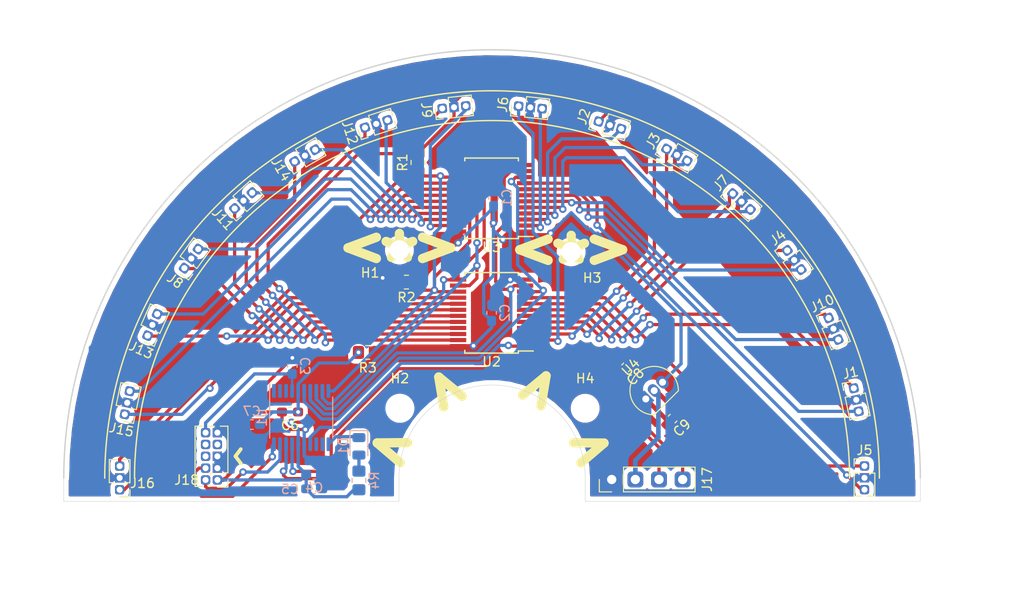
<source format=kicad_pcb>
(kicad_pcb (version 20171130) (host pcbnew 5.1.9)
  (layers (0 F.Cu signal) (31 B.Cu signal) (34 B.Paste user) (35 F.Paste user) (36 B.SilkS user) (37 F.SilkS user) (38 B.Mask user) (39 F.Mask user) (44 Edge.Cuts user))
  (net 0 "")
  (net 1 "Net-(U1-Pad13)")
  (net 2 "Net-(U1-Pad12)")
  (net 3 "Net-(U1-Pad3)")
  (net 4 "Net-(U1-Pad2)")
  (net 5 "Net-(U1-Pad1)")
  (net 6 SENSE)
  (net 7 LED)
  (net 8 EN)
  (net 9 SEL3)
  (net 10 SEL2)
  (net 11 SEL1)
  (net 12 SEL0)
  (net 13 GND)
  (net 14 VDD)
  (net 15 SENSE12)
  (net 16 SENSOR_SUPPLY12)
  (net 17 SENSOR_SUPPLY4)
  (net 18 SENSE4)
  (net 19 SENSOR_SUPPLY8)
  (net 20 SENSE8)
  (net 21 SENSOR_SUPPLY0)
  (net 22 SENSE0)
  (net 23 SENSOR_SUPPLY13)
  (net 24 SENSE13)
  (net 25 SENSOR_SUPPLY5)
  (net 26 SENSE5)
  (net 27 SENSOR_SUPPLY9)
  (net 28 SENSE9)
  (net 29 SENSOR_SUPPLY1)
  (net 30 SENSE1)
  (net 31 SENSOR_SUPPLY14)
  (net 32 SENSE14)
  (net 33 SENSOR_SUPPLY6)
  (net 34 SENSE6)
  (net 35 SENSOR_SUPPLY10)
  (net 36 SENSE10)
  (net 37 SENSOR_SUPPLY2)
  (net 38 SENSE2)
  (net 39 SENSOR_SUPPLY15)
  (net 40 SENSE15)
  (net 41 SENSOR_SUPPLY7)
  (net 42 SENSE7)
  (net 43 SENSOR_SUPPLY11)
  (net 44 SENSE11)
  (net 45 SENSOR_SUPPLY3)
  (net 46 SENSE3)
  (net 47 SERIAL_RX)
  (net 48 SERIAL_TX)
  (net 49 NRST)
  (net 50 VDD_ANALOG)
  (net 51 "Net-(D1-Pad2)")
  (net 52 VIN)
  (net 53 "Net-(J18-Pad8)")
  (net 54 "Net-(J18-Pad7)")
  (net 55 "Net-(J18-Pad6)")
  (net 56 SWCLK)
  (net 57 SWDIO)
  (module Capacitor_SMD:C_0603_1608Metric_Pad1.08x0.95mm_HandSolder (layer F.Cu) (at 196.39012 73.60988 225)
    (fp_text reference C9 (at 0 -1.43 45) (layer F.SilkS))
    (fp_text value 1uF)
    (pad 1 smd roundrect (at -0.8625 0 225) (size 1.075 0.95) (layers F.Cu F.Paste F.Mask) (net 52 VIN))
    (pad 2 smd roundrect (at 0.8625 0 225) (size 1.075 0.95) (layers F.Cu F.Paste F.Mask) (net 13 GND))
  )
  (module Capacitor_SMD:C_0603_1608Metric_Pad1.08x0.95mm_HandSolder (layer F.Cu) (at 191.39012 68.10988 225)
    (fp_text reference C8 (at 0 -1.43 45) (layer F.SilkS))
    (fp_text value 1uF)
    (pad 1 smd roundrect (at -0.8625 0 225) (size 1.075 0.95) (layers F.Cu F.Paste F.Mask) (net 14 VDD))
    (pad 2 smd roundrect (at 0.8625 0 225) (size 1.075 0.95) (layers F.Cu F.Paste F.Mask) (net 13 GND))
  )
  (module Package_TO_SOT_THT:TO-92_Inline (layer F.Cu) (at 193.513118 71.5 45)
    (fp_text reference U4 (at 1.27 -3.56 45) (layer F.SilkS))
    (fp_text value MCP1700-3302E_TO92)
    (pad 2 thru_hole oval (at 1.27 0 45) (size 1.05 1.5) (drill 0.75) (layers *.Cu *.Mask) (net 52 VIN))
    (pad 3 thru_hole oval (at 2.54 0 45) (size 1.05 1.5) (drill 0.75) (layers *.Cu *.Mask) (net 14 VDD))
    (pad 1 thru_hole rect (at 0 0 45) (size 1.05 1.5) (drill 0.75) (layers *.Cu *.Mask) (net 13 GND))
  )
  (module MountingHole:MountingHole_2.1mm (layer F.Cu) (at 187 72.5)
    (fp_text reference H4 (at 0 -3.2) (layer F.SilkS))
    (fp_text value MountingHole)
    (pad "" np_thru_hole circle (at 0 0) (size 2.1 2.1) (drill 2.1) (layers *.Cu *.Mask))
  )
  (module MountingHole:MountingHole_2.1mm (layer F.Cu) (at 185.5 55.7)
    (fp_text reference H3 (at 2.25 2.8) (layer F.SilkS))
    (fp_text value MountingHole)
    (pad "" np_thru_hole circle (at 0 0) (size 2.1 2.1) (drill 2.1) (layers *.Cu *.Mask))
  )
  (module MountingHole:MountingHole_2.1mm (layer F.Cu) (at 167.1 72.5)
    (fp_text reference H2 (at 0 -3.2) (layer F.SilkS))
    (fp_text value MountingHole)
    (pad "" np_thru_hole circle (at 0 0) (size 2.1 2.1) (drill 2.1) (layers *.Cu *.Mask))
  )
  (module MountingHole:MountingHole_2.1mm (layer F.Cu) (at 167.05 55.5)
    (fp_text reference H1 (at -3.15 2.45) (layer F.SilkS))
    (fp_text value MountingHole)
    (pad "" np_thru_hole circle (at 0 0) (size 2.1 2.1) (drill 2.1) (layers *.Cu *.Mask))
  )
  (module Resistor_SMD:R_0805_2012Metric_Pad1.20x1.40mm_HandSolder (layer B.Cu) (at 162.7 80.25 90)
    (fp_text reference R4 (at 0 1.65 270) (layer B.SilkS) (effects (justify mirror)))
    (fp_text value R)
    (pad 2 smd roundrect (at 1 0 90) (size 1.2 1.4) (layers B.Cu B.Paste B.Mask) (roundrect_rratio 0.2083325) (net 51 "Net-(D1-Pad2)"))
    (pad 1 smd roundrect (at -1 0 90) (size 1.2 1.4) (layers B.Cu B.Paste B.Mask) (roundrect_rratio 0.2083325) (net 14 VDD))
  )
  (module Resistor_SMD:R_0805_2012Metric_Pad1.20x1.40mm_HandSolder (layer F.Cu) (at 163.65 66.5 180)
    (fp_text reference R3 (at 0 -1.65) (layer F.SilkS))
    (fp_text value 0)
    (pad 1 smd roundrect (at -1 0 180) (size 1.2 1.4) (layers F.Cu F.Paste F.Mask) (roundrect_rratio 0.2083325) (net 14 VDD))
    (pad 2 smd roundrect (at 1 0 180) (size 1.2 1.4) (layers F.Cu F.Paste F.Mask) (roundrect_rratio 0.2083325) (net 50 VDD_ANALOG))
  )
  (module Connector_PinHeader_1.27mm:PinHeader_2x05_P1.27mm_Vertical (layer F.Cu) (at 147.5 80.2 180)
    (fp_text reference J18 (at 3.3 0) (layer F.SilkS))
    (fp_text value Conn_02x05_Odd_Even)
    (pad 1 thru_hole roundrect (at 0 0 180) (size 1 1) (drill 0.65) (layers *.Cu *.Mask) (net 14 VDD))
    (pad 2 thru_hole roundrect (at 1.27 0 180) (size 1 1) (drill 0.65) (layers *.Cu *.Mask) (net 57 SWDIO))
    (pad 3 thru_hole rect (at 0 1.27 180) (size 1 1) (drill 0.65) (layers *.Cu *.Mask) (net 13 GND))
    (pad 4 thru_hole roundrect (at 1.27 1.27 180) (size 1 1) (drill 0.65) (layers *.Cu *.Mask) (net 56 SWCLK))
    (pad 5 thru_hole rect (at 0 2.54 180) (size 1 1) (drill 0.65) (layers *.Cu *.Mask) (net 13 GND))
    (pad 6 thru_hole roundrect (at 1.27 2.54 180) (size 1 1) (drill 0.65) (layers *.Cu *.Mask) (net 55 "Net-(J18-Pad6)"))
    (pad 7 thru_hole roundrect (at 0 3.81 180) (size 1 1) (drill 0.65) (layers *.Cu *.Mask) (net 54 "Net-(J18-Pad7)"))
    (pad 8 thru_hole roundrect (at 1.27 3.81 180) (size 1 1) (drill 0.65) (layers *.Cu *.Mask) (net 53 "Net-(J18-Pad8)"))
    (pad 9 thru_hole trapezoid (at 0 5.08 180) (size 1 1) (drill 0.65) (layers *.Cu *.Mask) (net 13 GND))
    (pad 10 thru_hole roundrect (at 1.27 5.08 180) (size 1 1) (drill 0.65) (layers *.Cu *.Mask) (net 49 NRST))
  )
  (module Connector_PinHeader_2.54mm:PinHeader_1x04_P2.54mm_Vertical (layer F.Cu) (at 189.85 80.15 90)
    (fp_text reference J17 (at 0 10.25 90) (layer F.SilkS))
    (fp_text value Conn_01x04)
    (pad 1 thru_hole rect (at 0 0 90) (size 1.7 1.7) (drill 1) (layers *.Cu *.Mask) (net 13 GND))
    (pad 2 thru_hole roundrect (at 0 2.54 90) (size 1.7 1.7) (drill 1) (layers *.Cu *.Mask) (net 52 VIN))
    (pad 3 thru_hole roundrect (at 0 5.08 90) (size 1.7 1.7) (drill 1) (layers *.Cu *.Mask) (net 47 SERIAL_RX))
    (pad 4 thru_hole roundrect (at 0 7.62 90) (size 1.7 1.7) (drill 1) (layers *.Cu *.Mask) (net 48 SERIAL_TX))
  )
  (module LED_SMD:LED_0805_2012Metric (layer B.Cu) (at 162.7 76.5875 270)
    (fp_text reference D1 (at 0 1.65 270) (layer B.SilkS) (effects (justify mirror)))
    (fp_text value LED)
    (pad 1 smd roundrect (at -0.9375 0 270) (size 0.975 1.4) (layers B.Cu B.Paste B.Mask) (net 7 LED))
    (pad 2 smd roundrect (at 0.9375 0 270) (size 0.975 1.4) (layers B.Cu B.Paste B.Mask) (net 51 "Net-(D1-Pad2)"))
  )
  (module Capacitor_SMD:C_0603_1608Metric_Pad1.08x0.95mm_HandSolder (layer B.Cu) (at 151.2 74.25 180)
    (fp_text reference C7 (at 0 1.43) (layer B.SilkS) (effects (justify mirror)))
    (fp_text value 1uF)
    (pad 2 smd roundrect (at 0.8625 0 180) (size 1.075 0.95) (layers B.Cu B.Paste B.Mask) (net 13 GND))
    (pad 1 smd roundrect (at -0.8625 0 180) (size 1.075 0.95) (layers B.Cu B.Paste B.Mask) (net 50 VDD_ANALOG))
  )
  (module Capacitor_SMD:C_0603_1608Metric_Pad1.08x0.95mm_HandSolder (layer F.Cu) (at 155.3 72.9 180)
    (fp_text reference C6 (at 0 -1.43) (layer F.SilkS))
    (fp_text value 10nF)
    (pad 2 smd roundrect (at 0.8625 0 180) (size 1.075 0.95) (layers F.Cu F.Paste F.Mask) (net 13 GND))
    (pad 1 smd roundrect (at -0.8625 0 180) (size 1.075 0.95) (layers F.Cu F.Paste F.Mask) (net 50 VDD_ANALOG))
  )
  (module Capacitor_SMD:C_0603_1608Metric_Pad1.08x0.95mm_HandSolder (layer B.Cu) (at 157.9 81.15)
    (fp_text reference C5 (at -2.6 0.05) (layer B.SilkS) (effects (justify mirror)))
    (fp_text value 4.7uF)
    (pad 1 smd roundrect (at -0.8625 0) (size 1.075 0.95) (layers B.Cu B.Paste B.Mask) (net 14 VDD))
    (pad 2 smd roundrect (at 0.8625 0) (size 1.075 0.95) (layers B.Cu B.Paste B.Mask) (net 13 GND))
  )
  (module Capacitor_SMD:C_0603_1608Metric_Pad1.08x0.95mm_HandSolder (layer B.Cu) (at 157.9 79.6)
    (fp_text reference C4 (at 0 1.43) (layer B.SilkS) (effects (justify mirror)))
    (fp_text value 100nF)
    (pad 1 smd roundrect (at -0.8625 0) (size 1.075 0.95) (layers B.Cu B.Paste B.Mask) (net 14 VDD))
    (pad 2 smd roundrect (at 0.8625 0) (size 1.075 0.95) (layers B.Cu B.Paste B.Mask) (net 13 GND))
  )
  (module Capacitor_SMD:C_0603_1608Metric_Pad1.08x0.95mm_HandSolder (layer B.Cu) (at 155.55 67.95 90)
    (fp_text reference C3 (at 0 1.43 270) (layer B.SilkS) (effects (justify mirror)))
    (fp_text value 100nF)
    (pad 2 smd roundrect (at 0.8625 0 90) (size 1.075 0.95) (layers B.Cu B.Paste B.Mask) (net 13 GND))
    (pad 1 smd roundrect (at -0.8625 0 90) (size 1.075 0.95) (layers B.Cu B.Paste B.Mask) (net 49 NRST))
  )
  (module Connector_PinHeader_1.27mm:PinHeader_1x03_P1.27mm_Vertical (layer F.Cu) (at 149.35 51.05 132)
    (fp_text reference J11 (at 0 -1.695 132) (layer F.SilkS))
    (fp_text value Conn_01x03)
    (pad 3 thru_hole roundrect (at 0 2.54 132) (size 1 1) (drill 0.65) (layers *.Cu *.Mask) (net 43 SENSOR_SUPPLY11))
    (pad 2 thru_hole trapezoid (at 0 1.27 132) (size 1 1) (drill 0.65) (layers *.Cu *.Mask) (net 13 GND))
    (pad 1 thru_hole roundrect (at 0 0 132) (size 1 1) (drill 0.65) (layers *.Cu *.Mask) (net 44 SENSE11))
  )
  (module Capacitor_SMD:C_0603_1608Metric_Pad1.08x0.95mm_HandSolder (layer B.Cu) (at 177.165 49.911 90)
    (fp_text reference C1 (at 0 1.43 270) (layer B.SilkS) (effects (justify mirror)))
    (fp_text value 0.1uF)
    (pad 1 smd roundrect (at -0.8625 0 90) (size 1.075 0.95) (layers B.Cu B.Paste B.Mask) (net 14 VDD))
    (pad 2 smd roundrect (at 0.8625 0 90) (size 1.075 0.95) (layers B.Cu B.Paste B.Mask) (net 13 GND))
  )
  (module Connector_PinHeader_1.27mm:PinHeader_1x03_P1.27mm_Vertical (layer F.Cu) (at 215.85 70.35 12)
    (fp_text reference J1 (at 0 -1.695 12) (layer F.SilkS))
    (fp_text value Conn_01x03)
    (pad 1 thru_hole roundrect (at 0 0 12) (size 1 1) (drill 0.65) (layers *.Cu *.Mask) (net 30 SENSE1))
    (pad 2 thru_hole trapezoid (at 0 1.27 12) (size 1 1) (drill 0.65) (layers *.Cu *.Mask) (net 13 GND))
    (pad 3 thru_hole roundrect (at 0 2.54 12) (size 1 1) (drill 0.65) (layers *.Cu *.Mask) (net 29 SENSOR_SUPPLY1))
  )
  (module Resistor_SMD:R_0805_2012Metric_Pad1.20x1.40mm_HandSolder (layer F.Cu) (at 167.8 58.95 180)
    (fp_text reference R2 (at 0 -1.65) (layer F.SilkS))
    (fp_text value 10K)
    (pad 2 smd roundrect (at 1 0 180) (size 1.2 1.4) (layers F.Cu F.Paste F.Mask) (roundrect_rratio 0.2083325) (net 13 GND))
    (pad 1 smd roundrect (at -1 0 180) (size 1.2 1.4) (layers F.Cu F.Paste F.Mask) (roundrect_rratio 0.2083325) (net 8 EN))
  )
  (module Connector_PinHeader_1.27mm:PinHeader_1x03_P1.27mm_Vertical (layer F.Cu) (at 163.35 42.35 108)
    (fp_text reference J12 (at 0 -1.695 108) (layer F.SilkS))
    (fp_text value Conn_01x03)
    (pad 3 thru_hole roundrect (at 0 2.54 108) (size 1 1) (drill 0.65) (layers *.Cu *.Mask) (net 27 SENSOR_SUPPLY9))
    (pad 2 thru_hole trapezoid (at 0 1.27 108) (size 1 1) (drill 0.65) (layers *.Cu *.Mask) (net 13 GND))
    (pad 1 thru_hole roundrect (at 0 0 108) (size 1 1) (drill 0.65) (layers *.Cu *.Mask) (net 28 SENSE9))
  )
  (module Package_SO:SSOP-24_5.3x8.2mm_P0.65mm (layer F.Cu) (at 176.95 49.95 180)
    (fp_text reference U3 (at 0 -5.25) (layer F.SilkS))
    (fp_text value CD74HC4067SM)
    (pad 24 smd rect (at 3.6 -3.575 180) (size 1.75 0.45) (layers F.Cu F.Paste F.Mask) (net 14 VDD))
    (pad 23 smd rect (at 3.6 -2.925 180) (size 1.75 0.45) (layers F.Cu F.Paste F.Mask) (net 19 SENSOR_SUPPLY8))
    (pad 22 smd rect (at 3.6 -2.275 180) (size 1.75 0.45) (layers F.Cu F.Paste F.Mask) (net 27 SENSOR_SUPPLY9))
    (pad 21 smd rect (at 3.6 -1.625 180) (size 1.75 0.45) (layers F.Cu F.Paste F.Mask) (net 35 SENSOR_SUPPLY10))
    (pad 20 smd rect (at 3.6 -0.975 180) (size 1.75 0.45) (layers F.Cu F.Paste F.Mask) (net 43 SENSOR_SUPPLY11))
    (pad 19 smd rect (at 3.6 -0.325 180) (size 1.75 0.45) (layers F.Cu F.Paste F.Mask) (net 16 SENSOR_SUPPLY12))
    (pad 18 smd rect (at 3.6 0.325 180) (size 1.75 0.45) (layers F.Cu F.Paste F.Mask) (net 23 SENSOR_SUPPLY13))
    (pad 17 smd rect (at 3.6 0.975 180) (size 1.75 0.45) (layers F.Cu F.Paste F.Mask) (net 31 SENSOR_SUPPLY14))
    (pad 16 smd rect (at 3.6 1.625 180) (size 1.75 0.45) (layers F.Cu F.Paste F.Mask) (net 39 SENSOR_SUPPLY15))
    (pad 15 smd rect (at 3.6 2.275 180) (size 1.75 0.45) (layers F.Cu F.Paste F.Mask) (net 8 EN))
    (pad 14 smd rect (at 3.6 2.925 180) (size 1.75 0.45) (layers F.Cu F.Paste F.Mask) (net 10 SEL2))
    (pad 13 smd rect (at 3.6 3.575 180) (size 1.75 0.45) (layers F.Cu F.Paste F.Mask) (net 9 SEL3))
    (pad 12 smd rect (at -3.6 3.575 180) (size 1.75 0.45) (layers F.Cu F.Paste F.Mask) (net 13 GND))
    (pad 11 smd rect (at -3.6 2.925 180) (size 1.75 0.45) (layers F.Cu F.Paste F.Mask) (net 11 SEL1))
    (pad 10 smd rect (at -3.6 2.275 180) (size 1.75 0.45) (layers F.Cu F.Paste F.Mask) (net 12 SEL0))
    (pad 9 smd rect (at -3.6 1.625 180) (size 1.75 0.45) (layers F.Cu F.Paste F.Mask) (net 21 SENSOR_SUPPLY0))
    (pad 8 smd rect (at -3.6 0.975 180) (size 1.75 0.45) (layers F.Cu F.Paste F.Mask) (net 29 SENSOR_SUPPLY1))
    (pad 7 smd rect (at -3.6 0.325 180) (size 1.75 0.45) (layers F.Cu F.Paste F.Mask) (net 37 SENSOR_SUPPLY2))
    (pad 6 smd rect (at -3.6 -0.325 180) (size 1.75 0.45) (layers F.Cu F.Paste F.Mask) (net 45 SENSOR_SUPPLY3))
    (pad 5 smd rect (at -3.6 -0.975 180) (size 1.75 0.45) (layers F.Cu F.Paste F.Mask) (net 17 SENSOR_SUPPLY4))
    (pad 4 smd rect (at -3.6 -1.625 180) (size 1.75 0.45) (layers F.Cu F.Paste F.Mask) (net 25 SENSOR_SUPPLY5))
    (pad 3 smd rect (at -3.6 -2.275 180) (size 1.75 0.45) (layers F.Cu F.Paste F.Mask) (net 33 SENSOR_SUPPLY6))
    (pad 2 smd rect (at -3.6 -2.925 180) (size 1.75 0.45) (layers F.Cu F.Paste F.Mask) (net 41 SENSOR_SUPPLY7))
    (pad 1 smd rect (at -3.6 -3.575 180) (size 1.75 0.45) (layers F.Cu F.Paste F.Mask) (net 14 VDD))
  )
  (module Connector_PinHeader_1.27mm:PinHeader_1x03_P1.27mm_Vertical (layer F.Cu) (at 137 81.25 180)
    (fp_text reference J16 (at -2.45 0.7) (layer F.SilkS))
    (fp_text value Conn_01x03)
    (pad 3 thru_hole roundrect (at 0 2.54 180) (size 1 1) (drill 0.65) (layers *.Cu *.Mask) (net 39 SENSOR_SUPPLY15))
    (pad 2 thru_hole rect (at 0 1.27 180) (size 1 1) (drill 0.65) (layers *.Cu *.Mask) (net 13 GND))
    (pad 1 thru_hole roundrect (at 0 0 180) (size 1 1) (drill 0.65) (layers *.Cu *.Mask) (net 40 SENSE15))
  )
  (module Capacitor_SMD:C_0603_1608Metric_Pad1.08x0.95mm_HandSolder (layer B.Cu) (at 176.95 62.25 90)
    (fp_text reference C2 (at 0 1.43 -90) (layer B.SilkS) (effects (justify mirror)))
    (fp_text value 0.1uF)
    (pad 1 smd roundrect (at -0.8625 0 90) (size 1.075 0.95) (layers B.Cu B.Paste B.Mask) (net 14 VDD))
    (pad 2 smd roundrect (at 0.8625 0 90) (size 1.075 0.95) (layers B.Cu B.Paste B.Mask) (net 13 GND))
  )
  (module Package_SO:SSOP-24_5.3x8.2mm_P0.65mm (layer F.Cu) (at 176.95 62.25 180)
    (fp_text reference U2 (at 0 -5.25) (layer F.SilkS))
    (fp_text value CD74HC4067SM)
    (pad 1 smd rect (at -3.6 -3.575 180) (size 1.75 0.45) (layers F.Cu F.Paste F.Mask) (net 6 SENSE))
    (pad 2 smd rect (at -3.6 -2.925 180) (size 1.75 0.45) (layers F.Cu F.Paste F.Mask) (net 42 SENSE7))
    (pad 3 smd rect (at -3.6 -2.275 180) (size 1.75 0.45) (layers F.Cu F.Paste F.Mask) (net 34 SENSE6))
    (pad 4 smd rect (at -3.6 -1.625 180) (size 1.75 0.45) (layers F.Cu F.Paste F.Mask) (net 26 SENSE5))
    (pad 5 smd rect (at -3.6 -0.975 180) (size 1.75 0.45) (layers F.Cu F.Paste F.Mask) (net 18 SENSE4))
    (pad 6 smd rect (at -3.6 -0.325 180) (size 1.75 0.45) (layers F.Cu F.Paste F.Mask) (net 46 SENSE3))
    (pad 7 smd rect (at -3.6 0.325 180) (size 1.75 0.45) (layers F.Cu F.Paste F.Mask) (net 38 SENSE2))
    (pad 8 smd rect (at -3.6 0.975 180) (size 1.75 0.45) (layers F.Cu F.Paste F.Mask) (net 30 SENSE1))
    (pad 9 smd rect (at -3.6 1.625 180) (size 1.75 0.45) (layers F.Cu F.Paste F.Mask) (net 22 SENSE0))
    (pad 10 smd rect (at -3.6 2.275 180) (size 1.75 0.45) (layers F.Cu F.Paste F.Mask) (net 12 SEL0))
    (pad 11 smd rect (at -3.6 2.925 180) (size 1.75 0.45) (layers F.Cu F.Paste F.Mask) (net 11 SEL1))
    (pad 12 smd rect (at -3.6 3.575 180) (size 1.75 0.45) (layers F.Cu F.Paste F.Mask) (net 13 GND))
    (pad 13 smd rect (at 3.6 3.575 180) (size 1.75 0.45) (layers F.Cu F.Paste F.Mask) (net 9 SEL3))
    (pad 14 smd rect (at 3.6 2.925 180) (size 1.75 0.45) (layers F.Cu F.Paste F.Mask) (net 10 SEL2))
    (pad 15 smd rect (at 3.6 2.275 180) (size 1.75 0.45) (layers F.Cu F.Paste F.Mask) (net 8 EN))
    (pad 16 smd rect (at 3.6 1.625 180) (size 1.75 0.45) (layers F.Cu F.Paste F.Mask) (net 40 SENSE15))
    (pad 17 smd rect (at 3.6 0.975 180) (size 1.75 0.45) (layers F.Cu F.Paste F.Mask) (net 32 SENSE14))
    (pad 18 smd rect (at 3.6 0.325 180) (size 1.75 0.45) (layers F.Cu F.Paste F.Mask) (net 24 SENSE13))
    (pad 19 smd rect (at 3.6 -0.325 180) (size 1.75 0.45) (layers F.Cu F.Paste F.Mask) (net 15 SENSE12))
    (pad 20 smd rect (at 3.6 -0.975 180) (size 1.75 0.45) (layers F.Cu F.Paste F.Mask) (net 44 SENSE11))
    (pad 21 smd rect (at 3.6 -1.625 180) (size 1.75 0.45) (layers F.Cu F.Paste F.Mask) (net 36 SENSE10))
    (pad 22 smd rect (at 3.6 -2.275 180) (size 1.75 0.45) (layers F.Cu F.Paste F.Mask) (net 28 SENSE9))
    (pad 23 smd rect (at 3.6 -2.925 180) (size 1.75 0.45) (layers F.Cu F.Paste F.Mask) (net 20 SENSE8))
    (pad 24 smd rect (at 3.6 -3.575 180) (size 1.75 0.45) (layers F.Cu F.Paste F.Mask) (net 14 VDD))
  )
  (module Connector_PinHeader_1.27mm:PinHeader_1x03_P1.27mm_Vertical (layer F.Cu) (at 155.8 46 120)
    (fp_text reference J14 (at 0 -1.695 120) (layer F.SilkS))
    (fp_text value Conn_01x03)
    (pad 3 thru_hole roundrect (at 0 2.54 120) (size 1 1) (drill 0.65) (layers *.Cu *.Mask) (net 35 SENSOR_SUPPLY10))
    (pad 2 thru_hole trapezoid (at 0 1.27 120) (size 1 1) (drill 0.65) (layers *.Cu *.Mask) (net 13 GND))
    (pad 1 thru_hole roundrect (at 0 0 120) (size 1 1) (drill 0.65) (layers *.Cu *.Mask) (net 36 SENSE10))
  )
  (module Connector_PinHeader_1.27mm:PinHeader_1x03_P1.27mm_Vertical (layer F.Cu) (at 217 78.7)
    (fp_text reference J5 (at 0 -1.695) (layer F.SilkS))
    (fp_text value Conn_01x03)
    (pad 3 thru_hole roundrect (at 0 2.54) (size 1 1) (drill 0.65) (layers *.Cu *.Mask) (net 21 SENSOR_SUPPLY0))
    (pad 2 thru_hole rect (at 0 1.27) (size 1 1) (drill 0.65) (layers *.Cu *.Mask) (net 13 GND))
    (pad 1 thru_hole roundrect (at 0 0) (size 1 1) (drill 0.65) (layers *.Cu *.Mask) (net 22 SENSE0))
  )
  (module Connector_PinHeader_1.27mm:PinHeader_1x03_P1.27mm_Vertical (layer F.Cu) (at 140 64.7 156)
    (fp_text reference J13 (at 0 -1.695 156) (layer F.SilkS))
    (fp_text value Conn_01x03)
    (pad 3 thru_hole roundrect (at 0 2.54 156) (size 1 1) (drill 0.65) (layers *.Cu *.Mask) (net 23 SENSOR_SUPPLY13))
    (pad 2 thru_hole rect (at 0 1.27 156) (size 1 1) (drill 0.65) (layers *.Cu *.Mask) (net 13 GND))
    (pad 1 thru_hole roundrect (at 0 0 156) (size 1 1) (drill 0.65) (layers *.Cu *.Mask) (net 24 SENSE13))
  )
  (module Connector_PinHeader_1.27mm:PinHeader_1x03_P1.27mm_Vertical (layer F.Cu) (at 179.85 40.05 84)
    (fp_text reference J6 (at 0 -1.695 84) (layer F.SilkS))
    (fp_text value Conn_01x03)
    (pad 3 thru_hole roundrect (at 0 2.54 84) (size 1 1) (drill 0.65) (layers *.Cu *.Mask) (net 41 SENSOR_SUPPLY7))
    (pad 2 thru_hole trapezoid (at 0 1.27 84) (size 1 1) (drill 0.65) (layers *.Cu *.Mask) (net 13 GND))
    (pad 1 thru_hole roundrect (at 0 0 84) (size 1 1) (drill 0.65) (layers *.Cu *.Mask) (net 42 SENSE7))
  )
  (module Connector_PinHeader_1.27mm:PinHeader_1x03_P1.27mm_Vertical (layer F.Cu) (at 143.95 57.45 144)
    (fp_text reference J8 (at 0 -1.695 144) (layer F.SilkS))
    (fp_text value Conn_01x03)
    (pad 3 thru_hole roundrect (at 0 2.54 144) (size 1 1) (drill 0.65) (layers *.Cu *.Mask) (net 16 SENSOR_SUPPLY12))
    (pad 2 thru_hole trapezoid (at 0 1.27 144) (size 1 1) (drill 0.65) (layers *.Cu *.Mask) (net 13 GND))
    (pad 1 thru_hole roundrect (at 0 0 144) (size 1 1) (drill 0.65) (layers *.Cu *.Mask) (net 15 SENSE12))
  )
  (module Connector_PinHeader_1.27mm:PinHeader_1x03_P1.27mm_Vertical (layer F.Cu) (at 195.75 44.65 60)
    (fp_text reference J3 (at 0 -1.695 60) (layer F.SilkS))
    (fp_text value Conn_01x03)
    (pad 3 thru_hole roundrect (at 0 2.54 60) (size 1 1) (drill 0.65) (layers *.Cu *.Mask) (net 25 SENSOR_SUPPLY5))
    (pad 2 thru_hole rect (at 0 1.27 60) (size 1 1) (drill 0.65) (layers *.Cu *.Mask) (net 13 GND))
    (pad 1 thru_hole roundrect (at 0 0 60) (size 1 1) (drill 0.65) (layers *.Cu *.Mask) (net 26 SENSE5))
  )
  (module Connector_PinHeader_1.27mm:PinHeader_1x03_P1.27mm_Vertical (layer F.Cu) (at 213.15 62.8 24)
    (fp_text reference J10 (at 0 -1.695 24) (layer F.SilkS))
    (fp_text value Conn_01x03)
    (pad 3 thru_hole roundrect (at 0 2.54 24) (size 1 1) (drill 0.65) (layers *.Cu *.Mask) (net 37 SENSOR_SUPPLY2))
    (pad 2 thru_hole trapezoid (at 0 1.27 24) (size 1 1) (drill 0.65) (layers *.Cu *.Mask) (net 13 GND))
    (pad 1 thru_hole roundrect (at 0 0 24) (size 1 1) (drill 0.65) (layers *.Cu *.Mask) (net 38 SENSE2))
  )
  (module Resistor_SMD:R_0805_2012Metric_Pad1.20x1.40mm_HandSolder (layer F.Cu) (at 169.037 46.101 90)
    (fp_text reference R1 (at 0 -1.65 90) (layer F.SilkS))
    (fp_text value 10K)
    (pad 1 smd roundrect (at -1 0 90) (size 1.2 1.4) (layers F.Cu F.Paste F.Mask) (roundrect_rratio 0.2083325) (net 8 EN))
    (pad 2 smd roundrect (at 1 0 90) (size 1.2 1.4) (layers F.Cu F.Paste F.Mask) (roundrect_rratio 0.2083325) (net 13 GND))
  )
  (module Package_SO:TSSOP-20_4.4x6.5mm_P0.65mm (layer B.Cu) (at 156.5 73.5 270)
    (fp_text reference U1 (at 0 4.2 90) (layer B.SilkS) (effects (justify mirror)))
    (fp_text value STM32F042F6Px)
    (pad 1 smd roundrect (at -2.8625 2.925 270) (size 1.475 0.4) (layers B.Cu B.Paste B.Mask) (net 5 "Net-(U1-Pad1)"))
    (pad 2 smd roundrect (at -2.8625 2.275 270) (size 1.475 0.4) (layers B.Cu B.Paste B.Mask) (net 4 "Net-(U1-Pad2)"))
    (pad 3 smd roundrect (at -2.8625 1.625 270) (size 1.475 0.4) (layers B.Cu B.Paste B.Mask) (net 3 "Net-(U1-Pad3)"))
    (pad 4 smd roundrect (at -2.8625 0.975 270) (size 1.475 0.4) (layers B.Cu B.Paste B.Mask) (net 49 NRST))
    (pad 5 smd roundrect (at -2.8625 0.325 270) (size 1.475 0.4) (layers B.Cu B.Paste B.Mask) (net 50 VDD_ANALOG))
    (pad 6 smd roundrect (at -2.8625 -0.325 270) (size 1.475 0.4) (layers B.Cu B.Paste B.Mask) (net 12 SEL0))
    (pad 7 smd roundrect (at -2.8625 -0.975 270) (size 1.475 0.4) (layers B.Cu B.Paste B.Mask) (net 11 SEL1))
    (pad 8 smd roundrect (at -2.8625 -1.625 270) (size 1.475 0.4) (layers B.Cu B.Paste B.Mask) (net 10 SEL2))
    (pad 9 smd roundrect (at -2.8625 -2.275 270) (size 1.475 0.4) (layers B.Cu B.Paste B.Mask) (net 9 SEL3))
    (pad 10 smd roundrect (at -2.8625 -2.925 270) (size 1.475 0.4) (layers B.Cu B.Paste B.Mask) (net 8 EN))
    (pad 11 smd roundrect (at 2.8625 -2.925 270) (size 1.475 0.4) (layers B.Cu B.Paste B.Mask) (net 7 LED))
    (pad 12 smd roundrect (at 2.8625 -2.275 270) (size 1.475 0.4) (layers B.Cu B.Paste B.Mask) (net 2 "Net-(U1-Pad12)"))
    (pad 13 smd roundrect (at 2.8625 -1.625 270) (size 1.475 0.4) (layers B.Cu B.Paste B.Mask) (net 1 "Net-(U1-Pad13)"))
    (pad 14 smd roundrect (at 2.8625 -0.975 270) (size 1.475 0.4) (layers B.Cu B.Paste B.Mask) (net 6 SENSE))
    (pad 15 smd roundrect (at 2.8625 -0.325 270) (size 1.475 0.4) (layers B.Cu B.Paste B.Mask) (net 13 GND))
    (pad 16 smd roundrect (at 2.8625 0.325 270) (size 1.475 0.4) (layers B.Cu B.Paste B.Mask) (net 14 VDD))
    (pad 17 smd roundrect (at 2.8625 0.975 270) (size 1.475 0.4) (layers B.Cu B.Paste B.Mask) (net 48 SERIAL_TX))
    (pad 18 smd roundrect (at 2.8625 1.625 270) (size 1.475 0.4) (layers B.Cu B.Paste B.Mask) (net 47 SERIAL_RX))
    (pad 19 smd roundrect (at 2.8625 2.275 270) (size 1.475 0.4) (layers B.Cu B.Paste B.Mask) (net 57 SWDIO))
    (pad 20 smd roundrect (at 2.8625 2.925 270) (size 1.475 0.4) (layers B.Cu B.Paste B.Mask) (net 56 SWCLK))
  )
  (module Connector_PinHeader_1.27mm:PinHeader_1x03_P1.27mm_Vertical (layer F.Cu) (at 188.45 41.7 72)
    (fp_text reference J2 (at 0 -1.695 72) (layer F.SilkS))
    (fp_text value Conn_01x03)
    (pad 3 thru_hole roundrect (at 0 2.54 72) (size 1 1) (drill 0.65) (layers *.Cu *.Mask) (net 33 SENSOR_SUPPLY6))
    (pad 2 thru_hole rect (at 0 1.27 72) (size 1 1) (drill 0.65) (layers *.Cu *.Mask) (net 13 GND))
    (pad 1 thru_hole roundrect (at 0 0 72) (size 1 1) (drill 0.65) (layers *.Cu *.Mask) (net 34 SENSE6))
  )
  (module Connector_PinHeader_1.27mm:PinHeader_1x03_P1.27mm_Vertical (layer F.Cu) (at 171.65 40.3 96)
    (fp_text reference J9 (at 0 -1.695 96) (layer F.SilkS))
    (fp_text value Conn_01x03)
    (pad 3 thru_hole roundrect (at 0 2.54 96) (size 1 1) (drill 0.65) (layers *.Cu *.Mask) (net 19 SENSOR_SUPPLY8))
    (pad 2 thru_hole trapezoid (at 0 1.27 96) (size 1 1) (drill 0.65) (layers *.Cu *.Mask) (net 13 GND))
    (pad 1 thru_hole roundrect (at 0 0 96) (size 1 1) (drill 0.65) (layers *.Cu *.Mask) (net 20 SENSE8))
  )
  (module Connector_PinHeader_1.27mm:PinHeader_1x03_P1.27mm_Vertical (layer F.Cu) (at 137.55 73.15 168)
    (fp_text reference J15 (at 0 -1.695 168) (layer F.SilkS))
    (fp_text value Conn_01x03)
    (pad 3 thru_hole roundrect (at 0 2.54 168) (size 1 1) (drill 0.65) (layers *.Cu *.Mask) (net 31 SENSOR_SUPPLY14))
    (pad 2 thru_hole rect (at 0 1.27 168) (size 1 1) (drill 0.65) (layers *.Cu *.Mask) (net 13 GND))
    (pad 1 thru_hole roundrect (at 0 0 168) (size 1 1) (drill 0.65) (layers *.Cu *.Mask) (net 32 SENSE14))
  )
  (module Connector_PinHeader_1.27mm:PinHeader_1x03_P1.27mm_Vertical (layer F.Cu) (at 202.85 49.45 48)
    (fp_text reference J7 (at 0 -1.695 48) (layer F.SilkS))
    (fp_text value Conn_01x03)
    (pad 3 thru_hole roundrect (at 0 2.54 48) (size 1 1) (drill 0.65) (layers *.Cu *.Mask) (net 17 SENSOR_SUPPLY4))
    (pad 2 thru_hole trapezoid (at 0 1.27 48) (size 1 1) (drill 0.65) (layers *.Cu *.Mask) (net 13 GND))
    (pad 1 thru_hole roundrect (at 0 0 48) (size 1 1) (drill 0.65) (layers *.Cu *.Mask) (net 18 SENSE4))
  )
  (module Connector_PinHeader_1.27mm:PinHeader_1x03_P1.27mm_Vertical (layer F.Cu) (at 208.7 55.55 36)
    (fp_text reference J4 (at 0 -1.695 36) (layer F.SilkS))
    (fp_text value Conn_01x03)
    (pad 3 thru_hole roundrect (at 0 2.54 36) (size 1 1) (drill 0.65) (layers *.Cu *.Mask) (net 45 SENSOR_SUPPLY3))
    (pad 2 thru_hole trapezoid (at 0 1.27 36) (size 1 1) (drill 0.65) (layers *.Cu *.Mask) (net 13 GND))
    (pad 1 thru_hole roundrect (at 0 0 36) (size 1 1) (drill 0.65) (layers *.Cu *.Mask) (net 46 SENSE3))
  )
  (gr_text ^ (at 151.8 77.65 90) (layer F.SilkS) (effects (font (size 4 4) (thickness 0.4))))
  (gr_text < (at 187.5 76.5 20) (layer F.SilkS) (effects (font (size 4 4) (thickness 1)) (justify mirror)))
  (gr_text < (at 166 77 160) (layer F.SilkS) (effects (font (size 4 4) (thickness 1)) (justify mirror)))
  (gr_text < (at 171.8 70.6 120) (layer F.SilkS) (effects (font (size 4 4) (thickness 1)) (justify mirror)))
  (gr_text < (at 181.8 70.2 60) (layer F.SilkS) (effects (font (size 4 4) (thickness 1)) (justify mirror)))
  (gr_text * (at 185.5 57.2) (layer F.SilkS) (effects (font (size 6 6) (thickness 1)) (justify mirror)))
  (gr_text * (at 167.05 57) (layer F.SilkS) (effects (font (size 6 6) (thickness 1)) (justify mirror)))
  (gr_text "< >" (at 185.5 55.2) (layer F.SilkS) (effects (font (size 4 4) (thickness 1)) (justify mirror)))
  (gr_text "< >" (at 167.05 55) (layer F.SilkS) (effects (font (size 4 4) (thickness 1)) (justify mirror)))
  (gr_arc (start 177 80) (end 218.6 80) (angle -180) (layer F.SilkS) (width 0.15))
  (gr_line (start 167 80) (end 167 82.5) (layer Edge.Cuts) (width 0.05))
  (gr_line (start 187 80) (end 187 82.5) (layer Edge.Cuts) (width 0.05))
  (gr_arc (start 177 80) (end 223 80) (angle -180) (layer Edge.Cuts) (width 0.15))
  (gr_line (start 223 82.5) (end 223 80) (layer Edge.Cuts) (width 0.05))
  (gr_line (start 131 82.5) (end 167 82.5) (layer Edge.Cuts) (width 0.05))
  (gr_line (start 187 82.5) (end 223 82.5) (layer Edge.Cuts) (width 0.05))
  (gr_line (start 131 80) (end 131 82.5) (layer Edge.Cuts) (width 0.05))
  (gr_arc (start 177 80) (end 187 80) (angle -180) (layer Edge.Cuts) (width 0.05))
  (gr_arc (start 177 80) (end 215.4 80) (angle -180) (layer F.SilkS) (width 0.15))
  (segment (start 157.475 75.603232) (end 158.528222 74.55001) (width 0.35) (layer B.Cu) (net 6))
  (segment (start 157.475 76.3625) (end 157.475 75.603232) (width 0.35) (layer B.Cu) (net 6))
  (segment (start 160.340313 74.55001) (end 162.75 72.140322) (width 0.35) (layer B.Cu) (net 6))
  (segment (start 158.528222 74.55001) (end 160.340313 74.55001) (width 0.35) (layer B.Cu) (net 6))
  (segment (start 162.75 72.140322) (end 167.229301 67.661021) (width 0.35) (layer B.Cu) (net 6))
  (via (at 178.75 65.75) (size 0.8) (drill 0.4) (layers F.Cu B.Cu) (net 6))
  (segment (start 177.744664 65.75) (end 178.75 65.75) (width 0.35) (layer B.Cu) (net 6))
  (segment (start 175.833643 67.661021) (end 177.744664 65.75) (width 0.35) (layer B.Cu) (net 6))
  (segment (start 167.229301 67.661021) (end 175.833643 67.661021) (width 0.35) (layer B.Cu) (net 6))
  (segment (start 178.825 65.825) (end 180.55 65.825) (width 0.35) (layer F.Cu) (net 6))
  (segment (start 178.75 65.75) (end 178.825 65.825) (width 0.35) (layer F.Cu) (net 6))
  (segment (start 160.2375 75.55) (end 159.425 76.3625) (width 0.35) (layer B.Cu) (net 7))
  (segment (start 162.6 75.55) (end 162.7 75.65) (width 0.35) (layer B.Cu) (net 7))
  (segment (start 160.2375 75.55) (end 162.6 75.55) (width 0.35) (layer B.Cu) (net 7))
  (via (at 171.45 47.55) (size 0.8) (drill 0.4) (layers F.Cu B.Cu) (net 8))
  (segment (start 171.575 47.675) (end 171.45 47.55) (width 0.35) (layer F.Cu) (net 8))
  (segment (start 173.35 47.675) (end 171.575 47.675) (width 0.35) (layer F.Cu) (net 8))
  (via (at 170.815 59.817) (size 0.8) (drill 0.4) (layers F.Cu B.Cu) (net 8))
  (segment (start 171.45 53.067328) (end 170.815 53.702328) (width 0.35) (layer B.Cu) (net 8))
  (segment (start 170.815 53.702328) (end 170.815 59.817) (width 0.35) (layer B.Cu) (net 8))
  (segment (start 171.45 47.55) (end 171.45 53.067328) (width 0.35) (layer B.Cu) (net 8))
  (segment (start 170.973 59.975) (end 173.35 59.975) (width 0.35) (layer F.Cu) (net 8))
  (segment (start 170.815 59.817) (end 170.973 59.975) (width 0.35) (layer F.Cu) (net 8))
  (segment (start 169.486 47.55) (end 169.037 47.101) (width 0.35) (layer F.Cu) (net 8))
  (segment (start 171.45 47.55) (end 169.486 47.55) (width 0.35) (layer F.Cu) (net 8))
  (segment (start 159.9945 70.6375) (end 170.815 59.817) (width 0.35) (layer B.Cu) (net 8))
  (segment (start 159.425 70.6375) (end 159.9945 70.6375) (width 0.35) (layer B.Cu) (net 8))
  (segment (start 174.475002 47.675) (end 173.35 47.675) (width 0.35) (layer F.Cu) (net 8))
  (segment (start 174.600001 47.799999) (end 174.475002 47.675) (width 0.35) (layer F.Cu) (net 8))
  (segment (start 170.954002 58.285) (end 174.600001 54.639001) (width 0.35) (layer F.Cu) (net 8))
  (segment (start 170.954002 58.285) (end 170.954002 58.295998) (width 0.35) (layer F.Cu) (net 8))
  (segment (start 170.954002 58.295998) (end 170.815 58.435) (width 0.35) (layer F.Cu) (net 8))
  (segment (start 170.815 58.435) (end 170.815 59.817) (width 0.35) (layer F.Cu) (net 8))
  (segment (start 174.600001 54.639001) (end 174.600001 47.799999) (width 0.35) (layer F.Cu) (net 8))
  (segment (start 169.667 59.817) (end 168.8 58.95) (width 0.35) (layer F.Cu) (net 8))
  (segment (start 170.815 59.817) (end 169.667 59.817) (width 0.35) (layer F.Cu) (net 8))
  (segment (start 159.378232 72) (end 159.779002 72) (width 0.35) (layer B.Cu) (net 9))
  (segment (start 158.775 71.396768) (end 159.378232 72) (width 0.35) (layer B.Cu) (net 9))
  (segment (start 158.775 70.6375) (end 158.775 71.396768) (width 0.35) (layer B.Cu) (net 9))
  (segment (start 159.779002 72) (end 167.189501 64.589501) (width 0.35) (layer B.Cu) (net 9))
  (via (at 171.8 58.7) (size 0.8) (drill 0.4) (layers F.Cu B.Cu) (net 9))
  (segment (start 171.8 59.979002) (end 171.8 58.7) (width 0.35) (layer B.Cu) (net 9))
  (segment (start 167.189501 64.589501) (end 171.8 59.979002) (width 0.35) (layer B.Cu) (net 9))
  (segment (start 173.325 58.7) (end 173.35 58.675) (width 0.35) (layer F.Cu) (net 9))
  (segment (start 171.8 58.7) (end 173.325 58.7) (width 0.35) (layer F.Cu) (net 9))
  (segment (start 174.730664 46.375) (end 173.35 46.375) (width 0.35) (layer F.Cu) (net 9))
  (segment (start 176.150002 47.794338) (end 174.730664 46.375) (width 0.35) (layer F.Cu) (net 9))
  (segment (start 176.150002 55.058015) (end 176.150002 47.794338) (width 0.35) (layer F.Cu) (net 9))
  (segment (start 173.35 57.858017) (end 176.150002 55.058015) (width 0.35) (layer F.Cu) (net 9))
  (segment (start 173.35 58.675) (end 173.35 57.858017) (width 0.35) (layer F.Cu) (net 9))
  (segment (start 174.602833 47.025) (end 175.375001 47.797168) (width 0.35) (layer F.Cu) (net 10))
  (segment (start 173.35 47.025) (end 174.602833 47.025) (width 0.35) (layer F.Cu) (net 10))
  (segment (start 173.334 59.309) (end 173.35 59.325) (width 0.35) (layer F.Cu) (net 10))
  (segment (start 159.15041 72.550008) (end 160.006824 72.550008) (width 0.35) (layer B.Cu) (net 10))
  (segment (start 158.125 71.524598) (end 159.15041 72.550008) (width 0.35) (layer B.Cu) (net 10))
  (segment (start 158.125 70.6375) (end 158.125 71.524598) (width 0.35) (layer B.Cu) (net 10))
  (segment (start 175.375001 57.181831) (end 175.375001 54.737) (width 0.35) (layer B.Cu) (net 10))
  (segment (start 160.006824 72.550008) (end 175.375001 57.181831) (width 0.35) (layer B.Cu) (net 10))
  (via (at 175.375001 54.737) (size 0.8) (drill 0.4) (layers F.Cu B.Cu) (net 10))
  (segment (start 175.375001 47.797168) (end 175.375001 54.737) (width 0.35) (layer F.Cu) (net 10))
  (via (at 175.375001 57.181831) (size 0.8) (drill 0.4) (layers F.Cu B.Cu) (net 10))
  (segment (start 175.375001 58.524999) (end 175.375001 57.181831) (width 0.35) (layer F.Cu) (net 10))
  (segment (start 174.575 59.325) (end 175.375001 58.524999) (width 0.35) (layer F.Cu) (net 10))
  (segment (start 173.35 59.325) (end 174.575 59.325) (width 0.35) (layer F.Cu) (net 10))
  (segment (start 179 62.939002) (end 179 60.5) (width 0.35) (layer B.Cu) (net 11))
  (segment (start 157.475 71.652429) (end 158.922589 73.100018) (width 0.35) (layer B.Cu) (net 11))
  (segment (start 157.475 70.6375) (end 157.475 71.652429) (width 0.35) (layer B.Cu) (net 11))
  (segment (start 175.378001 66.561001) (end 166.773661 66.561001) (width 0.35) (layer B.Cu) (net 11))
  (segment (start 179 62.939002) (end 175.378001 66.561001) (width 0.35) (layer B.Cu) (net 11))
  (segment (start 160.234644 73.100018) (end 158.922589 73.100018) (width 0.35) (layer B.Cu) (net 11))
  (segment (start 166.773661 66.561001) (end 160.234644 73.100018) (width 0.35) (layer B.Cu) (net 11))
  (segment (start 178.299997 52.811987) (end 177.555992 53.555992) (width 0.35) (layer F.Cu) (net 11))
  (segment (start 178.299997 47.750003) (end 178.299997 52.811987) (width 0.35) (layer F.Cu) (net 11))
  (segment (start 179.025 47.025) (end 178.299997 47.750003) (width 0.35) (layer F.Cu) (net 11))
  (segment (start 177.555992 53.555992) (end 177.544008 53.555992) (width 0.35) (layer F.Cu) (net 11))
  (segment (start 180.55 47.025) (end 179.025 47.025) (width 0.35) (layer F.Cu) (net 11))
  (segment (start 178.217479 59.717479) (end 178.995538 59.717479) (width 0.35) (layer F.Cu) (net 11))
  (via (at 178.995538 59.717479) (size 0.8) (drill 0.4) (layers F.Cu B.Cu) (net 11))
  (segment (start 178.995538 60.495538) (end 179 60.5) (width 0.35) (layer B.Cu) (net 11))
  (segment (start 178.995538 59.717479) (end 178.995538 60.495538) (width 0.35) (layer B.Cu) (net 11))
  (segment (start 179.388017 59.325) (end 178.995538 59.717479) (width 0.35) (layer F.Cu) (net 11))
  (segment (start 180.55 59.325) (end 179.388017 59.325) (width 0.35) (layer F.Cu) (net 11))
  (segment (start 177.392999 53.718985) (end 177.555992 53.555992) (width 0.35) (layer F.Cu) (net 11))
  (segment (start 177.392999 58.892999) (end 177.392999 53.718985) (width 0.35) (layer F.Cu) (net 11))
  (segment (start 178.217479 59.717479) (end 177.392999 58.892999) (width 0.35) (layer F.Cu) (net 11))
  (via (at 182.5 59.85) (size 0.8) (drill 0.4) (layers F.Cu B.Cu) (net 12))
  (segment (start 182.375 59.975) (end 180.55 59.975) (width 0.35) (layer F.Cu) (net 12))
  (segment (start 182.5 59.85) (end 182.375 59.975) (width 0.35) (layer F.Cu) (net 12))
  (segment (start 182.5 59.85) (end 179.75 57.1) (width 0.35) (layer B.Cu) (net 12))
  (segment (start 180.525 47.7) (end 180.55 47.675) (width 0.35) (layer F.Cu) (net 12))
  (via (at 179.074998 48.15) (size 0.8) (drill 0.4) (layers F.Cu B.Cu) (net 12))
  (segment (start 179.549998 47.675) (end 179.074998 48.15) (width 0.35) (layer F.Cu) (net 12))
  (segment (start 180.55 47.675) (end 179.549998 47.675) (width 0.35) (layer F.Cu) (net 12))
  (segment (start 179.75 48.825002) (end 179.75 49) (width 0.35) (layer B.Cu) (net 12))
  (segment (start 179.074998 48.15) (end 179.75 48.825002) (width 0.35) (layer B.Cu) (net 12))
  (segment (start 179.75 57.1) (end 179.75 49) (width 0.35) (layer B.Cu) (net 12))
  (segment (start 167.00148 67.111011) (end 160.462465 73.650028) (width 0.35) (layer B.Cu) (net 12))
  (segment (start 160.462465 73.650028) (end 158.694769 73.650028) (width 0.35) (layer B.Cu) (net 12))
  (segment (start 175.605822 67.111011) (end 167.00148 67.111011) (width 0.35) (layer B.Cu) (net 12))
  (segment (start 158.694769 73.650028) (end 156.825 71.780259) (width 0.35) (layer B.Cu) (net 12))
  (segment (start 182.5 60.216833) (end 175.605822 67.111011) (width 0.35) (layer B.Cu) (net 12))
  (segment (start 156.825 71.780259) (end 156.825 70.6375) (width 0.35) (layer B.Cu) (net 12))
  (segment (start 182.5 59.85) (end 182.5 60.216833) (width 0.35) (layer B.Cu) (net 12))
  (segment (start 137 79.98) (end 135.86 79.98) (width 0.35) (layer B.Cu) (net 13))
  (segment (start 135.86 79.98) (end 133.86 77.98) (width 0.35) (layer B.Cu) (net 13))
  (segment (start 133.86 77.98) (end 133.86 73.98) (width 0.35) (layer B.Cu) (net 13))
  (segment (start 135.932247 71.907753) (end 137.814048 71.907753) (width 0.35) (layer B.Cu) (net 13))
  (segment (start 133.86 73.98) (end 135.932247 71.907753) (width 0.35) (layer B.Cu) (net 13))
  (segment (start 133.86 73.98) (end 133.86 65.98) (width 0.35) (layer B.Cu) (net 13))
  (segment (start 136.300203 63.539797) (end 140.516556 63.539797) (width 0.35) (layer B.Cu) (net 13))
  (segment (start 133.86 65.98) (end 136.300203 63.539797) (width 0.35) (layer B.Cu) (net 13))
  (segment (start 136.300203 63.539797) (end 136.300203 60.679797) (width 0.35) (layer B.Cu) (net 13))
  (segment (start 140.557452 56.422548) (end 144.696487 56.422548) (width 0.35) (layer B.Cu) (net 13))
  (segment (start 136.300203 60.679797) (end 140.557452 56.422548) (width 0.35) (layer B.Cu) (net 13))
  (segment (start 140.557452 56.422548) (end 140.557452 54.882548) (width 0.35) (layer B.Cu) (net 13))
  (segment (start 140.557452 54.882548) (end 146.51 48.93) (width 0.35) (layer B.Cu) (net 13))
  (segment (start 149.02359 48.93) (end 150.293794 50.200204) (width 0.35) (layer B.Cu) (net 13))
  (segment (start 146.51 48.93) (end 149.02359 48.93) (width 0.35) (layer B.Cu) (net 13))
  (segment (start 146.51 48.93) (end 151.42 44.02) (width 0.35) (layer B.Cu) (net 13))
  (segment (start 155.554852 44.02) (end 156.899852 45.365) (width 0.35) (layer B.Cu) (net 13))
  (segment (start 154.38 44.02) (end 154.38 43.71) (width 0.35) (layer B.Cu) (net 13))
  (segment (start 151.42 44.02) (end 154.38 44.02) (width 0.35) (layer B.Cu) (net 13))
  (segment (start 154.38 44.02) (end 155.554852 44.02) (width 0.35) (layer B.Cu) (net 13))
  (segment (start 154.38 43.71) (end 158.24 39.85) (width 0.35) (layer B.Cu) (net 13))
  (segment (start 160.07 39.85) (end 162.87 39.85) (width 0.35) (layer B.Cu) (net 13))
  (segment (start 158.24 39.85) (end 160.07 39.85) (width 0.35) (layer B.Cu) (net 13))
  (segment (start 160.07 39.85) (end 162.450294 39.85) (width 0.35) (layer B.Cu) (net 13))
  (segment (start 165.68 37.04) (end 171.56 37.04) (width 0.35) (layer B.Cu) (net 13))
  (segment (start 172.913043 38.393043) (end 172.913043 40.167249) (width 0.35) (layer B.Cu) (net 13))
  (segment (start 171.56 37.04) (end 172.913043 38.393043) (width 0.35) (layer B.Cu) (net 13))
  (segment (start 171.56 37.04) (end 179.86 37.04) (width 0.35) (layer B.Cu) (net 13))
  (segment (start 181.113043 38.293043) (end 181.113043 40.182751) (width 0.35) (layer B.Cu) (net 13))
  (segment (start 179.86 37.04) (end 181.113043 38.293043) (width 0.35) (layer B.Cu) (net 13))
  (segment (start 179.86 37.04) (end 187.48 37.04) (width 0.35) (layer B.Cu) (net 13))
  (segment (start 189.657842 39.217842) (end 189.657842 42.092452) (width 0.35) (layer B.Cu) (net 13))
  (segment (start 187.48 37.04) (end 189.657842 39.217842) (width 0.35) (layer B.Cu) (net 13))
  (segment (start 189.657842 39.217842) (end 193.997842 39.217842) (width 0.35) (layer B.Cu) (net 13))
  (segment (start 193.997842 39.217842) (end 197.46 42.68) (width 0.35) (layer B.Cu) (net 13))
  (segment (start 197.46 44.674852) (end 196.849852 45.285) (width 0.35) (layer B.Cu) (net 13))
  (segment (start 197.46 42.68) (end 197.46 44.674852) (width 0.35) (layer B.Cu) (net 13))
  (segment (start 197.46 42.68) (end 199.81 42.68) (width 0.35) (layer B.Cu) (net 13))
  (segment (start 199.81 42.68) (end 204.8 47.67) (width 0.35) (layer B.Cu) (net 13))
  (segment (start 204.8 49.29359) (end 203.793794 50.299796) (width 0.35) (layer B.Cu) (net 13))
  (segment (start 204.8 47.67) (end 204.8 49.29359) (width 0.35) (layer B.Cu) (net 13))
  (segment (start 204.8 47.67) (end 205.51 47.67) (width 0.35) (layer B.Cu) (net 13))
  (segment (start 205.51 47.67) (end 211.22 53.38) (width 0.35) (layer B.Cu) (net 13))
  (segment (start 211.22 54.803939) (end 209.446487 56.577452) (width 0.35) (layer B.Cu) (net 13))
  (segment (start 211.22 53.38) (end 211.22 54.803939) (width 0.35) (layer B.Cu) (net 13))
  (segment (start 211.22 54.803939) (end 212.093939 54.803939) (width 0.35) (layer B.Cu) (net 13))
  (segment (start 212.093939 54.803939) (end 216.09 58.8) (width 0.35) (layer B.Cu) (net 13))
  (segment (start 216.09 61.536759) (end 213.666556 63.960203) (width 0.35) (layer B.Cu) (net 13))
  (segment (start 216.09 58.8) (end 216.09 61.536759) (width 0.35) (layer B.Cu) (net 13))
  (segment (start 216.09 61.536759) (end 216.476759 61.536759) (width 0.35) (layer B.Cu) (net 13))
  (segment (start 216.476759 61.536759) (end 218.75 63.81) (width 0.35) (layer B.Cu) (net 13))
  (segment (start 218.75 63.81) (end 218.75 70.18) (width 0.35) (layer B.Cu) (net 13))
  (segment (start 217.337753 71.592247) (end 216.114048 71.592247) (width 0.35) (layer B.Cu) (net 13))
  (segment (start 218.75 70.18) (end 217.337753 71.592247) (width 0.35) (layer B.Cu) (net 13))
  (segment (start 217.85 79.97) (end 217 79.97) (width 0.35) (layer B.Cu) (net 13))
  (segment (start 218.75 79.07) (end 217.85 79.97) (width 0.35) (layer B.Cu) (net 13))
  (segment (start 218.75 70.18) (end 218.75 79.07) (width 0.35) (layer B.Cu) (net 13))
  (segment (start 180.55 46.375) (end 180.55 43.644) (width 0.35) (layer F.Cu) (net 13))
  (segment (start 180.55 43.644) (end 175.641 38.735) (width 0.35) (layer F.Cu) (net 13))
  (segment (start 173.842538 38.735) (end 172.913043 39.664495) (width 0.35) (layer F.Cu) (net 13))
  (segment (start 172.913043 39.664495) (end 172.913043 40.167249) (width 0.35) (layer F.Cu) (net 13))
  (segment (start 175.641 38.735) (end 173.842538 38.735) (width 0.35) (layer F.Cu) (net 13))
  (via (at 178.943 58.674) (size 0.8) (drill 0.4) (layers F.Cu B.Cu) (net 13))
  (segment (start 178.944 58.675) (end 178.943 58.674) (width 0.35) (layer F.Cu) (net 13))
  (segment (start 180.55 58.675) (end 178.944 58.675) (width 0.35) (layer F.Cu) (net 13))
  (segment (start 176.95 60.667) (end 176.95 61.3875) (width 0.35) (layer B.Cu) (net 13))
  (segment (start 178.943 58.674) (end 176.95 60.667) (width 0.35) (layer B.Cu) (net 13))
  (segment (start 172.913043 41.224957) (end 172.913043 40.167249) (width 0.35) (layer F.Cu) (net 13))
  (segment (start 169.037 45.101) (end 172.913043 41.224957) (width 0.35) (layer F.Cu) (net 13))
  (segment (start 178.943 50.8265) (end 177.165 49.0485) (width 0.35) (layer B.Cu) (net 13))
  (segment (start 178.943 58.674) (end 178.943 50.8265) (width 0.35) (layer B.Cu) (net 13))
  (via (at 165.25 58.5) (size 0.8) (drill 0.4) (layers F.Cu B.Cu) (net 13))
  (segment (start 139.092247 71.907753) (end 137.814048 71.907753) (width 0.35) (layer B.Cu) (net 13))
  (segment (start 152.5 58.5) (end 139.092247 71.907753) (width 0.35) (layer B.Cu) (net 13))
  (segment (start 165.25 58.5) (end 152.5 58.5) (width 0.35) (layer B.Cu) (net 13))
  (segment (start 158.7625 79.6) (end 158.7625 81.15) (width 0.35) (layer B.Cu) (net 13))
  (segment (start 156.825 77.6625) (end 158.7625 79.6) (width 0.35) (layer B.Cu) (net 13))
  (segment (start 156.825 76.3625) (end 156.825 77.6625) (width 0.35) (layer B.Cu) (net 13))
  (segment (start 149.72 72.9) (end 147.5 75.12) (width 0.35) (layer F.Cu) (net 13))
  (segment (start 154.4375 72.9) (end 154.4375 73.4875) (width 0.35) (layer F.Cu) (net 13))
  (via (at 156.95 74.775) (size 0.8) (drill 0.4) (layers F.Cu B.Cu) (net 13))
  (segment (start 155.077998 74.775) (end 156.95 74.775) (width 0.35) (layer F.Cu) (net 13))
  (segment (start 154.4375 74.134502) (end 155.077998 74.775) (width 0.35) (layer F.Cu) (net 13))
  (segment (start 154.4375 73.4875) (end 154.4375 74.134502) (width 0.35) (layer F.Cu) (net 13))
  (segment (start 156.825 74.9) (end 156.825 76.3625) (width 0.35) (layer B.Cu) (net 13))
  (segment (start 156.95 74.775) (end 156.825 74.9) (width 0.35) (layer B.Cu) (net 13))
  (via (at 155.55 67.0875) (size 0.8) (drill 0.4) (layers F.Cu B.Cu) (net 13))
  (segment (start 152.15 72.9) (end 152.15 70.4875) (width 0.35) (layer F.Cu) (net 13))
  (segment (start 154.4375 72.9) (end 152.15 72.9) (width 0.35) (layer F.Cu) (net 13))
  (segment (start 152.15 70.4875) (end 155.55 67.0875) (width 0.35) (layer F.Cu) (net 13))
  (segment (start 152.15 72.9) (end 149.72 72.9) (width 0.35) (layer F.Cu) (net 13))
  (segment (start 148.37 74.25) (end 147.5 75.12) (width 0.35) (layer B.Cu) (net 13))
  (segment (start 150.3375 74.25) (end 148.37 74.25) (width 0.35) (layer B.Cu) (net 13))
  (segment (start 216 79.97) (end 217 79.97) (width 0.5) (layer B.Cu) (net 13))
  (segment (start 214.519999 81.450001) (end 216 79.97) (width 0.5) (layer B.Cu) (net 13))
  (segment (start 191.150001 81.450001) (end 214.519999 81.450001) (width 0.5) (layer B.Cu) (net 13))
  (segment (start 189.85 80.15) (end 191.150001 81.450001) (width 0.5) (layer B.Cu) (net 13))
  (segment (start 193.513118 71.452638) (end 190.78024 68.71976) (width 0.5) (layer F.Cu) (net 13))
  (segment (start 193.513118 71.5) (end 193.513118 71.452638) (width 0.5) (layer F.Cu) (net 13))
  (segment (start 195.78024 73.767122) (end 193.513118 71.5) (width 0.5) (layer F.Cu) (net 13))
  (segment (start 195.78024 74.21976) (end 195.78024 73.767122) (width 0.5) (layer F.Cu) (net 13))
  (segment (start 177.165 39.735) (end 179.86 37.04) (width 0.35) (layer B.Cu) (net 13))
  (segment (start 177.165 49.0485) (end 177.165 39.735) (width 0.35) (layer B.Cu) (net 13))
  (segment (start 164.557842 41.057842) (end 163.11 39.61) (width 0.35) (layer B.Cu) (net 13))
  (segment (start 164.557842 41.957548) (end 164.557842 41.057842) (width 0.35) (layer B.Cu) (net 13))
  (segment (start 163.11 39.61) (end 165.68 37.04) (width 0.35) (layer B.Cu) (net 13))
  (segment (start 162.87 39.85) (end 163.11 39.61) (width 0.35) (layer B.Cu) (net 13))
  (segment (start 166.35 58.5) (end 166.8 58.95) (width 0.35) (layer F.Cu) (net 13))
  (segment (start 165.25 58.5) (end 166.35 58.5) (width 0.35) (layer F.Cu) (net 13))
  (segment (start 165.25 60.9) (end 159.65 66.5) (width 0.35) (layer B.Cu) (net 13))
  (segment (start 156.1375 66.5) (end 155.55 67.0875) (width 0.35) (layer B.Cu) (net 13))
  (segment (start 159.65 66.5) (end 156.1375 66.5) (width 0.35) (layer B.Cu) (net 13))
  (segment (start 165.25 58.5) (end 165.25 60.9) (width 0.35) (layer B.Cu) (net 13))
  (via (at 173.355 54.737) (size 0.8) (drill 0.4) (layers F.Cu B.Cu) (net 14))
  (segment (start 173.35 54.732) (end 173.355 54.737) (width 0.35) (layer F.Cu) (net 14))
  (segment (start 173.35 53.525) (end 173.35 54.732) (width 0.35) (layer F.Cu) (net 14))
  (segment (start 177.165 50.927) (end 177.165 50.7735) (width 0.35) (layer B.Cu) (net 14))
  (segment (start 173.355 54.737) (end 177.165 50.927) (width 0.35) (layer B.Cu) (net 14))
  (via (at 175.006 65.786) (size 0.8) (drill 0.4) (layers F.Cu B.Cu) (net 14))
  (segment (start 176.95 63.842) (end 175.006 65.786) (width 0.35) (layer B.Cu) (net 14))
  (segment (start 176.95 63.1125) (end 176.95 63.842) (width 0.35) (layer B.Cu) (net 14))
  (segment (start 173.389 65.786) (end 173.35 65.825) (width 0.35) (layer F.Cu) (net 14))
  (segment (start 175.006 65.786) (end 173.389 65.786) (width 0.35) (layer F.Cu) (net 14))
  (via (at 177.15 52.6) (size 0.8) (drill 0.4) (layers F.Cu B.Cu) (net 14))
  (segment (start 156.25 76.2875) (end 156.175 76.3625) (width 0.35) (layer B.Cu) (net 14))
  (segment (start 157.0375 79.6) (end 157.0375 81.15) (width 0.35) (layer B.Cu) (net 14))
  (segment (start 156.175 78.7375) (end 157.0375 79.6) (width 0.35) (layer B.Cu) (net 14))
  (segment (start 156.175 76.3625) (end 156.175 78.7375) (width 0.35) (layer B.Cu) (net 14))
  (segment (start 156.4375 80.2) (end 147.5 80.2) (width 0.35) (layer B.Cu) (net 14))
  (segment (start 157.0375 79.6) (end 156.4375 80.2) (width 0.35) (layer B.Cu) (net 14))
  (segment (start 157.88751 82.00001) (end 157.0375 81.15) (width 0.35) (layer B.Cu) (net 14))
  (segment (start 165.325 65.825) (end 164.65 66.5) (width 0.35) (layer F.Cu) (net 14))
  (segment (start 173.35 65.825) (end 165.325 65.825) (width 0.35) (layer F.Cu) (net 14))
  (via (at 155.45 74) (size 0.8) (drill 0.4) (layers F.Cu B.Cu) (net 14))
  (segment (start 157.15 74) (end 155.45 74) (width 0.35) (layer F.Cu) (net 14))
  (segment (start 164.65 66.5) (end 157.15 74) (width 0.35) (layer F.Cu) (net 14))
  (segment (start 156.175 74.725) (end 156.175 76.3625) (width 0.35) (layer B.Cu) (net 14))
  (segment (start 155.45 74) (end 156.175 74.725) (width 0.35) (layer B.Cu) (net 14))
  (segment (start 193.10522 67.5) (end 195.309169 69.703949) (width 0.5) (layer F.Cu) (net 14))
  (segment (start 192 67.5) (end 193.10522 67.5) (width 0.5) (layer F.Cu) (net 14))
  (segment (start 175.025 67.5) (end 173.35 65.825) (width 0.35) (layer F.Cu) (net 14))
  (segment (start 197.298008 67.71511) (end 195.309169 69.703949) (width 0.35) (layer B.Cu) (net 14))
  (segment (start 197.298008 67.701992) (end 197.298008 67.71511) (width 0.35) (layer B.Cu) (net 14))
  (via (at 178.168 54.4) (size 0.8) (drill 0.4) (layers F.Cu B.Cu) (net 14))
  (segment (start 179.675 54.4) (end 180.55 53.525) (width 0.35) (layer F.Cu) (net 14))
  (segment (start 178.168 54.4) (end 179.675 54.4) (width 0.35) (layer F.Cu) (net 14))
  (via (at 183.3 53.7) (size 0.8) (drill 0.4) (layers F.Cu B.Cu) (net 14))
  (segment (start 180.886001 53.861001) (end 180.55 53.525) (width 0.35) (layer F.Cu) (net 14))
  (segment (start 183.138999 53.861001) (end 180.886001 53.861001) (width 0.35) (layer F.Cu) (net 14))
  (segment (start 183.3 53.7) (end 183.138999 53.861001) (width 0.35) (layer F.Cu) (net 14))
  (segment (start 162.15002 81.25) (end 162.7 81.25) (width 0.35) (layer B.Cu) (net 14))
  (segment (start 161.40001 82.00001) (end 162.15002 81.25) (width 0.35) (layer B.Cu) (net 14))
  (segment (start 157.88751 82.00001) (end 161.40001 82.00001) (width 0.35) (layer B.Cu) (net 14))
  (segment (start 177.165 52.585) (end 177.15 52.6) (width 0.35) (layer B.Cu) (net 14))
  (segment (start 177.165 50.7735) (end 177.165 52.585) (width 0.35) (layer B.Cu) (net 14))
  (segment (start 177.15 53.382) (end 178.168 54.4) (width 0.35) (layer B.Cu) (net 14))
  (segment (start 177.15 52.6) (end 177.15 53.382) (width 0.35) (layer B.Cu) (net 14))
  (segment (start 197.298008 64.198008) (end 197.298008 67.71511) (width 0.35) (layer B.Cu) (net 14))
  (segment (start 197.298008 62.630338) (end 197.298008 64.198008) (width 0.35) (layer B.Cu) (net 14))
  (segment (start 190.25 55.6) (end 190.26767 55.6) (width 0.35) (layer B.Cu) (net 14))
  (segment (start 190.26767 55.6) (end 197.298008 62.630338) (width 0.35) (layer B.Cu) (net 14))
  (segment (start 188.35 53.7) (end 190.25 55.6) (width 0.35) (layer B.Cu) (net 14))
  (segment (start 175.025 67.525) (end 175.19999 67.69999) (width 0.35) (layer F.Cu) (net 14))
  (segment (start 175.025 67.5) (end 175.025 67.525) (width 0.35) (layer F.Cu) (net 14))
  (segment (start 191.80001 67.69999) (end 192 67.5) (width 0.35) (layer F.Cu) (net 14))
  (segment (start 175.19999 67.69999) (end 191.80001 67.69999) (width 0.35) (layer F.Cu) (net 14))
  (segment (start 176.09999 62.26249) (end 176.95 63.1125) (width 0.35) (layer B.Cu) (net 14))
  (segment (start 176.09999 59.30001) (end 176.09999 62.26249) (width 0.35) (layer B.Cu) (net 14))
  (segment (start 177.15 58.25) (end 176.09999 59.30001) (width 0.35) (layer B.Cu) (net 14))
  (segment (start 177.15 53.382) (end 177.15 58.25) (width 0.35) (layer B.Cu) (net 14))
  (segment (start 183.3 53.7) (end 185.5 51.5) (width 0.35) (layer B.Cu) (net 14))
  (segment (start 187.998498 53.7) (end 188.35 53.7) (width 0.35) (layer B.Cu) (net 14))
  (segment (start 187.548498 53.25) (end 187.998498 53.7) (width 0.35) (layer B.Cu) (net 14))
  (segment (start 187.25 53.25) (end 187.548498 53.25) (width 0.35) (layer B.Cu) (net 14))
  (segment (start 185.5 51.5) (end 187.25 53.25) (width 0.35) (layer B.Cu) (net 14))
  (via (at 154.2 65.2) (size 0.8) (drill 0.4) (layers F.Cu B.Cu) (net 15))
  (via (at 151.248294 62.559853) (size 0.8) (drill 0.4) (layers F.Cu B.Cu) (net 15))
  (segment (start 156.72501 62.67499) (end 154.2 65.2) (width 0.35) (layer F.Cu) (net 15))
  (segment (start 156.825 62.575) (end 156.72501 62.67499) (width 0.35) (layer F.Cu) (net 15))
  (segment (start 173.35 62.575) (end 156.825 62.575) (width 0.35) (layer F.Cu) (net 15))
  (segment (start 151.559853 62.559853) (end 151.248294 62.559853) (width 0.35) (layer B.Cu) (net 15))
  (segment (start 154.2 65.2) (end 151.559853 62.559853) (width 0.35) (layer B.Cu) (net 15))
  (segment (start 151.248294 62.559853) (end 149.25 60.561559) (width 0.35) (layer F.Cu) (net 15))
  (segment (start 149.25 60.561559) (end 149.25 60.5) (width 0.35) (layer F.Cu) (net 15))
  (segment (start 149.25 60.5) (end 146.25 57.5) (width 0.35) (layer F.Cu) (net 15))
  (segment (start 144 57.5) (end 143.95 57.45) (width 0.35) (layer F.Cu) (net 15))
  (segment (start 146.25 57.5) (end 144 57.5) (width 0.35) (layer F.Cu) (net 15))
  (segment (start 151.554903 55.395097) (end 145.442975 55.395097) (width 0.35) (layer B.Cu) (net 16))
  (via (at 166.172045 52.215697) (size 0.8) (drill 0.4) (layers F.Cu B.Cu) (net 16))
  (segment (start 159.071 47.879) (end 151.554903 55.395097) (width 0.35) (layer B.Cu) (net 16))
  (segment (start 168.112742 50.275) (end 166.172045 52.215697) (width 0.35) (layer F.Cu) (net 16))
  (segment (start 173.35 50.275) (end 168.112742 50.275) (width 0.35) (layer F.Cu) (net 16))
  (segment (start 161.835348 47.879) (end 159.071 47.879) (width 0.35) (layer B.Cu) (net 16))
  (segment (start 166.172045 52.215697) (end 161.835348 47.879) (width 0.35) (layer B.Cu) (net 16))
  (via (at 184.5945 51.1175) (size 0.8) (drill 0.4) (layers F.Cu B.Cu) (net 17))
  (segment (start 184.402 50.925) (end 184.5945 51.1175) (width 0.35) (layer F.Cu) (net 17))
  (segment (start 180.55 50.925) (end 184.402 50.925) (width 0.35) (layer F.Cu) (net 17))
  (segment (start 184.5945 51.1175) (end 184.5945 45.974) (width 0.35) (layer B.Cu) (net 17))
  (segment (start 184.5945 45.974) (end 184.9755 45.593) (width 0.35) (layer B.Cu) (net 17))
  (segment (start 184.9755 45.593) (end 191.1985 45.593) (width 0.35) (layer B.Cu) (net 17))
  (segment (start 191.1985 45.593) (end 196.986444 51.380944) (width 0.35) (layer B.Cu) (net 17))
  (segment (start 204.506236 51.380944) (end 204.737588 51.149592) (width 0.35) (layer B.Cu) (net 17))
  (segment (start 196.986444 51.380944) (end 204.506236 51.380944) (width 0.35) (layer B.Cu) (net 17))
  (via (at 188.5 65) (size 0.8) (drill 0.4) (layers F.Cu B.Cu) (net 18))
  (via (at 191.806652 61.364152) (size 0.8) (drill 0.4) (layers F.Cu B.Cu) (net 18))
  (segment (start 199.136 54.034804) (end 191.806652 61.364152) (width 0.35) (layer F.Cu) (net 18))
  (segment (start 202.495962 50.674842) (end 199.136 54.034804) (width 0.35) (layer F.Cu) (net 18))
  (segment (start 202.495962 49.804038) (end 202.495962 50.674842) (width 0.35) (layer F.Cu) (net 18))
  (segment (start 202.85 49.45) (end 202.495962 49.804038) (width 0.35) (layer F.Cu) (net 18))
  (segment (start 188.5 64.702998) (end 188.5 65) (width 0.35) (layer F.Cu) (net 18))
  (segment (start 187.022002 63.225) (end 188.5 64.702998) (width 0.35) (layer F.Cu) (net 18))
  (segment (start 180.55 63.225) (end 187.022002 63.225) (width 0.35) (layer F.Cu) (net 18))
  (segment (start 188.5 64.670804) (end 188.5 65) (width 0.35) (layer B.Cu) (net 18))
  (segment (start 191.806652 61.364152) (end 188.5 64.670804) (width 0.35) (layer B.Cu) (net 18))
  (via (at 170.370326 53) (size 0.8) (drill 0.4) (layers F.Cu B.Cu) (net 19))
  (segment (start 170.495326 52.875) (end 170.370326 53) (width 0.35) (layer F.Cu) (net 19))
  (segment (start 173.35 52.875) (end 170.495326 52.875) (width 0.35) (layer F.Cu) (net 19))
  (segment (start 174.176086 40.453914) (end 174.176086 40.034498) (width 0.35) (layer B.Cu) (net 19))
  (segment (start 170.370326 44.259674) (end 174.176086 40.453914) (width 0.35) (layer B.Cu) (net 19))
  (segment (start 170.370326 53) (end 170.370326 44.259674) (width 0.35) (layer B.Cu) (net 19))
  (via (at 159.1 65.45) (size 0.8) (drill 0.4) (layers F.Cu B.Cu) (net 20))
  (segment (start 173.325 65.2) (end 173.35 65.175) (width 0.35) (layer F.Cu) (net 20))
  (segment (start 173.225 65.175) (end 173.2 65.2) (width 0.35) (layer F.Cu) (net 20))
  (segment (start 173.35 65.175) (end 173.225 65.175) (width 0.35) (layer F.Cu) (net 20))
  (via (at 154.155114 59.653033) (size 0.8) (drill 0.4) (layers F.Cu B.Cu) (net 20))
  (segment (start 166.8 45.15) (end 171.65 40.3) (width 0.35) (layer F.Cu) (net 20))
  (segment (start 154.155114 59.653033) (end 152.952081 58.45) (width 0.35) (layer F.Cu) (net 20))
  (segment (start 152.952081 54.847919) (end 162.65 45.15) (width 0.35) (layer F.Cu) (net 20))
  (segment (start 152.952081 58.45) (end 152.952081 54.847919) (width 0.35) (layer F.Cu) (net 20))
  (segment (start 162.65 45.15) (end 166.8 45.15) (width 0.35) (layer F.Cu) (net 20))
  (segment (start 159.1 64.597919) (end 159.1 65.45) (width 0.35) (layer B.Cu) (net 20))
  (segment (start 154.155114 59.653033) (end 159.1 64.597919) (width 0.35) (layer B.Cu) (net 20))
  (segment (start 159.375 65.175) (end 173.35 65.175) (width 0.35) (layer F.Cu) (net 20))
  (segment (start 159.1 65.45) (end 159.375 65.175) (width 0.35) (layer F.Cu) (net 20))
  (via (at 188.2775 52.832) (size 0.8) (drill 0.4) (layers F.Cu B.Cu) (net 21))
  (segment (start 188.2775 50.446836) (end 188.2775 52.832) (width 0.35) (layer F.Cu) (net 21))
  (segment (start 186.155664 48.325) (end 188.2775 50.446836) (width 0.35) (layer F.Cu) (net 21))
  (segment (start 180.55 48.325) (end 186.155664 48.325) (width 0.35) (layer F.Cu) (net 21))
  (segment (start 216.6855 81.24) (end 217 81.24) (width 0.35) (layer B.Cu) (net 21))
  (segment (start 188.2775 52.832) (end 214.6 79.1545) (width 0.35) (layer B.Cu) (net 21))
  (via (at 215.1 79.666) (size 0.8) (drill 0.4) (layers F.Cu B.Cu) (net 21))
  (segment (start 214.6 79.166) (end 215.1 79.666) (width 0.35) (layer B.Cu) (net 21))
  (segment (start 214.6 79.1545) (end 214.6 79.166) (width 0.35) (layer B.Cu) (net 21))
  (segment (start 216.674 81.24) (end 217 81.24) (width 0.35) (layer F.Cu) (net 21))
  (segment (start 215.1 79.666) (end 216.674 81.24) (width 0.35) (layer F.Cu) (net 21))
  (segment (start 216.809 78.891) (end 217 78.7) (width 0.35) (layer F.Cu) (net 22))
  (segment (start 189.125 60.625) (end 180.55 60.625) (width 0.35) (layer F.Cu) (net 22))
  (segment (start 207.2 78.7) (end 189.125 60.625) (width 0.35) (layer F.Cu) (net 22))
  (segment (start 217 78.7) (end 207.2 78.7) (width 0.35) (layer F.Cu) (net 22))
  (via (at 165.055545 52.215697) (size 0.8) (drill 0.4) (layers F.Cu B.Cu) (net 23))
  (segment (start 167.646242 49.625) (end 165.055545 52.215697) (width 0.35) (layer F.Cu) (net 23))
  (segment (start 173.35 49.625) (end 167.646242 49.625) (width 0.35) (layer F.Cu) (net 23))
  (segment (start 161.861848 49.022) (end 165.055545 52.215697) (width 0.35) (layer B.Cu) (net 23))
  (segment (start 161.861848 49.022) (end 159.328 49.022) (width 0.35) (layer B.Cu) (net 23))
  (segment (start 145.970405 62.379595) (end 141.033111 62.379595) (width 0.35) (layer B.Cu) (net 23))
  (segment (start 159.328 49.022) (end 145.970405 62.379595) (width 0.35) (layer B.Cu) (net 23))
  (via (at 152.95 65.2) (size 0.8) (drill 0.4) (layers F.Cu B.Cu) (net 24))
  (segment (start 173.35 61.95) (end 173.325001 61.974999) (width 0.35) (layer F.Cu) (net 24))
  (segment (start 173.35 61.925) (end 173.35 61.95) (width 0.35) (layer F.Cu) (net 24))
  (segment (start 156.225 61.925) (end 173.35 61.925) (width 0.35) (layer F.Cu) (net 24))
  (segment (start 152.95 65.2) (end 156.225 61.925) (width 0.35) (layer F.Cu) (net 24))
  (via (at 148.5 64.75) (size 0.8) (drill 0.4) (layers F.Cu B.Cu) (net 24))
  (segment (start 140.05 64.75) (end 140 64.7) (width 0.35) (layer F.Cu) (net 24))
  (segment (start 148.5 64.75) (end 140.05 64.75) (width 0.35) (layer F.Cu) (net 24))
  (segment (start 152.95 65.2) (end 152.5 64.75) (width 0.35) (layer B.Cu) (net 24))
  (segment (start 152.5 64.75) (end 148.5 64.75) (width 0.35) (layer B.Cu) (net 24))
  (via (at 183.745854 51.773894) (size 0.8) (drill 0.4) (layers F.Cu B.Cu) (net 25))
  (segment (start 183.54696 51.575) (end 183.745854 51.773894) (width 0.35) (layer F.Cu) (net 25))
  (segment (start 180.55 51.575) (end 183.54696 51.575) (width 0.35) (layer F.Cu) (net 25))
  (segment (start 183.745854 51.773894) (end 183.745854 45.616146) (width 0.35) (layer B.Cu) (net 25))
  (segment (start 183.745854 45.616146) (end 184.5945 44.7675) (width 0.35) (layer B.Cu) (net 25))
  (segment (start 197.526682 46.343023) (end 197.949705 45.92) (width 0.35) (layer B.Cu) (net 25))
  (segment (start 193.155023 46.343023) (end 197.526682 46.343023) (width 0.35) (layer B.Cu) (net 25))
  (segment (start 184.5945 44.7675) (end 184.5945 44.7555) (width 0.35) (layer B.Cu) (net 25))
  (segment (start 184.5945 44.7555) (end 184.85 44.5) (width 0.35) (layer B.Cu) (net 25))
  (segment (start 191.312 44.5) (end 193.155023 46.343023) (width 0.35) (layer B.Cu) (net 25))
  (segment (start 184.85 44.5) (end 191.312 44.5) (width 0.35) (layer B.Cu) (net 25))
  (via (at 187.2 64.55) (size 0.8) (drill 0.4) (layers F.Cu B.Cu) (net 26))
  (via (at 191.090959 60.648459) (size 0.8) (drill 0.4) (layers F.Cu B.Cu) (net 26))
  (segment (start 195.75 45.1) (end 195.75 44.65) (width 0.35) (layer F.Cu) (net 26))
  (segment (start 187.55 64.189418) (end 191.090959 60.648459) (width 0.35) (layer B.Cu) (net 26))
  (segment (start 195.75 55.71) (end 195.75 44.65) (width 0.35) (layer F.Cu) (net 26))
  (segment (start 195.75 55.989418) (end 195.75 55.71) (width 0.35) (layer F.Cu) (net 26))
  (segment (start 191.090959 60.648459) (end 195.75 55.989418) (width 0.35) (layer F.Cu) (net 26))
  (segment (start 180.55 63.875) (end 186.275 63.875) (width 0.35) (layer F.Cu) (net 26))
  (segment (start 187.55 64.2) (end 187.2 64.55) (width 0.35) (layer B.Cu) (net 26))
  (segment (start 187.55 64.189418) (end 187.55 64.2) (width 0.35) (layer B.Cu) (net 26))
  (segment (start 186.525 63.875) (end 186.275 63.875) (width 0.35) (layer F.Cu) (net 26))
  (segment (start 187.2 64.55) (end 186.525 63.875) (width 0.35) (layer F.Cu) (net 26))
  (segment (start 165.562889 41.767892) (end 165.765684 41.565097) (width 0.35) (layer B.Cu) (net 27))
  (via (at 169.4 52.6) (size 0.8) (drill 0.4) (layers F.Cu B.Cu) (net 27))
  (segment (start 169.775 52.225) (end 169.4 52.6) (width 0.35) (layer F.Cu) (net 27))
  (segment (start 173.35 52.225) (end 169.775 52.225) (width 0.35) (layer F.Cu) (net 27))
  (segment (start 169.4 52.034315) (end 165.622724 48.257039) (width 0.35) (layer B.Cu) (net 27))
  (segment (start 169.4 52.6) (end 169.4 52.034315) (width 0.35) (layer B.Cu) (net 27))
  (segment (start 165.622724 41.708057) (end 165.765684 41.565097) (width 0.35) (layer B.Cu) (net 27))
  (segment (start 165.622724 48.257039) (end 165.622724 41.708057) (width 0.35) (layer B.Cu) (net 27))
  (via (at 153.428406 60.379741) (size 0.8) (drill 0.4) (layers F.Cu B.Cu) (net 28))
  (via (at 157.95 65.2) (size 0.8) (drill 0.4) (layers F.Cu B.Cu) (net 28))
  (segment (start 157.95 65.179324) (end 157.95 65.2) (width 0.35) (layer B.Cu) (net 28))
  (segment (start 163.35 43.37783) (end 163.35 42.35) (width 0.35) (layer F.Cu) (net 28))
  (segment (start 151.75 54.97783) (end 163.35 43.37783) (width 0.35) (layer F.Cu) (net 28))
  (segment (start 157.95 64.901335) (end 157.95 65.2) (width 0.35) (layer B.Cu) (net 28))
  (segment (start 153.428406 60.379741) (end 157.95 64.901335) (width 0.35) (layer B.Cu) (net 28))
  (segment (start 151.75 58.701335) (end 151.75 54.97783) (width 0.35) (layer F.Cu) (net 28))
  (segment (start 153.428406 60.379741) (end 151.75 58.701335) (width 0.35) (layer F.Cu) (net 28))
  (segment (start 158.625 64.525) (end 157.95 65.2) (width 0.35) (layer F.Cu) (net 28))
  (segment (start 173.35 64.525) (end 158.625 64.525) (width 0.35) (layer F.Cu) (net 28))
  (via (at 187.325 51.969) (size 0.8) (drill 0.4) (layers F.Cu B.Cu) (net 29))
  (segment (start 187.325 50.272167) (end 187.325 51.969) (width 0.35) (layer F.Cu) (net 29))
  (segment (start 186.027833 48.975) (end 187.325 50.272167) (width 0.35) (layer F.Cu) (net 29))
  (segment (start 180.55 48.975) (end 186.027833 48.975) (width 0.35) (layer F.Cu) (net 29))
  (segment (start 187.325 51.969) (end 189.0655 51.969) (width 0.35) (layer B.Cu) (net 29))
  (segment (start 209.930995 72.834495) (end 216.378096 72.834495) (width 0.35) (layer B.Cu) (net 29))
  (segment (start 189.0655 51.969) (end 209.930995 72.834495) (width 0.35) (layer B.Cu) (net 29))
  (via (at 192.4 65.15) (size 0.8) (drill 0.4) (layers F.Cu B.Cu) (net 30))
  (segment (start 188.525 61.275) (end 192.4 65.15) (width 0.35) (layer F.Cu) (net 30))
  (segment (start 180.55 61.275) (end 188.525 61.275) (width 0.35) (layer F.Cu) (net 30))
  (via (at 193.953729 63.511229) (size 0.8) (drill 0.4) (layers F.Cu B.Cu) (net 30))
  (segment (start 192.4 65.064958) (end 193.953729 63.511229) (width 0.35) (layer B.Cu) (net 30))
  (segment (start 192.4 65.15) (end 192.4 65.064958) (width 0.35) (layer B.Cu) (net 30))
  (segment (start 209.011229 63.511229) (end 215.85 70.35) (width 0.35) (layer F.Cu) (net 30))
  (segment (start 193.953729 63.511229) (end 209.011229 63.511229) (width 0.35) (layer F.Cu) (net 30))
  (via (at 163.939045 52.215697) (size 0.8) (drill 0.4) (layers F.Cu B.Cu) (net 31))
  (segment (start 159.766 50.038) (end 139.138495 70.665505) (width 0.35) (layer B.Cu) (net 31))
  (segment (start 138.078096 70.665505) (end 138.589266 70.665505) (width 0.35) (layer B.Cu) (net 31))
  (segment (start 139.138495 70.665505) (end 138.078096 70.665505) (width 0.35) (layer B.Cu) (net 31))
  (segment (start 167.179742 48.975) (end 163.939045 52.215697) (width 0.35) (layer F.Cu) (net 31))
  (segment (start 173.35 48.975) (end 167.179742 48.975) (width 0.35) (layer F.Cu) (net 31))
  (segment (start 163.939045 52.215697) (end 161.761348 50.038) (width 0.35) (layer B.Cu) (net 31))
  (segment (start 161.761348 50.038) (end 159.766 50.038) (width 0.35) (layer B.Cu) (net 31))
  (segment (start 173.35 61.275) (end 155.625 61.275) (width 0.35) (layer F.Cu) (net 32))
  (segment (start 146.45 70.4) (end 143.7 73.15) (width 0.35) (layer B.Cu) (net 32))
  (segment (start 143.7 73.15) (end 137.55 73.15) (width 0.35) (layer B.Cu) (net 32))
  (segment (start 155.625 61.275) (end 155.575 61.275) (width 0.35) (layer F.Cu) (net 32))
  (segment (start 146.7 70.15) (end 146.7 70.35) (width 0.35) (layer F.Cu) (net 32))
  (via (at 146.7 70.35) (size 0.8) (drill 0.4) (layers F.Cu B.Cu) (net 32))
  (segment (start 155.575 61.275) (end 146.7 70.15) (width 0.35) (layer F.Cu) (net 32))
  (via (at 182.970854 52.472058) (size 0.8) (drill 0.4) (layers F.Cu B.Cu) (net 33))
  (segment (start 182.723796 52.225) (end 182.970854 52.472058) (width 0.35) (layer F.Cu) (net 33))
  (segment (start 180.55 52.225) (end 182.723796 52.225) (width 0.35) (layer F.Cu) (net 33))
  (segment (start 182.970854 52.472058) (end 182.970854 45.057646) (width 0.35) (layer B.Cu) (net 33))
  (segment (start 182.970854 45.057646) (end 184.4675 43.561) (width 0.35) (layer B.Cu) (net 33))
  (segment (start 189.789587 43.561) (end 190.865684 42.484903) (width 0.35) (layer B.Cu) (net 33))
  (segment (start 184.4675 43.561) (end 189.789587 43.561) (width 0.35) (layer B.Cu) (net 33))
  (via (at 190.375267 59.932767) (size 0.8) (drill 0.4) (layers F.Cu B.Cu) (net 34))
  (segment (start 190.375267 59.932767) (end 186.4 63.908034) (width 0.35) (layer B.Cu) (net 34))
  (segment (start 190.375267 59.932767) (end 194.437 55.871034) (width 0.35) (layer F.Cu) (net 34))
  (segment (start 194.437 55.871034) (end 194.437 42.672) (width 0.35) (layer F.Cu) (net 34))
  (segment (start 194.437 42.672) (end 192.151 40.386) (width 0.35) (layer F.Cu) (net 34))
  (segment (start 189.764 40.386) (end 188.45 41.7) (width 0.35) (layer F.Cu) (net 34))
  (segment (start 192.151 40.386) (end 189.764 40.386) (width 0.35) (layer F.Cu) (net 34))
  (segment (start 186.391966 63.908034) (end 185.75 64.55) (width 0.35) (layer B.Cu) (net 34))
  (segment (start 186.4 63.908034) (end 186.391966 63.908034) (width 0.35) (layer B.Cu) (net 34))
  (via (at 185.6 64.75) (size 0.8) (drill 0.4) (layers F.Cu B.Cu) (net 34))
  (segment (start 185.374999 64.524999) (end 185.6 64.75) (width 0.35) (layer F.Cu) (net 34))
  (segment (start 180.55 64.525) (end 185.374999 64.524999) (width 0.35) (layer F.Cu) (net 34))
  (via (at 168.405045 52.215697) (size 0.8) (drill 0.4) (layers F.Cu B.Cu) (net 35))
  (segment (start 160.919348 44.73) (end 157.999705 44.73) (width 0.35) (layer B.Cu) (net 35))
  (segment (start 168.405045 52.215697) (end 160.919348 44.73) (width 0.35) (layer B.Cu) (net 35))
  (segment (start 169.045742 51.575) (end 168.405045 52.215697) (width 0.35) (layer F.Cu) (net 35))
  (segment (start 173.35 51.575) (end 169.045742 51.575) (width 0.35) (layer F.Cu) (net 35))
  (via (at 152.701702 61.106445) (size 0.8) (drill 0.4) (layers F.Cu B.Cu) (net 36))
  (via (at 156.7 65.2) (size 0.8) (drill 0.4) (layers F.Cu B.Cu) (net 36))
  (segment (start 158.025011 63.874989) (end 156.7 65.2) (width 0.35) (layer F.Cu) (net 36))
  (segment (start 173.349989 63.874989) (end 158.025011 63.874989) (width 0.35) (layer F.Cu) (net 36))
  (segment (start 173.35 63.875) (end 173.349989 63.874989) (width 0.35) (layer F.Cu) (net 36))
  (segment (start 155.8 46) (end 155.8 50.15) (width 0.35) (layer F.Cu) (net 36))
  (segment (start 155.8 50.15) (end 150.6 55.35) (width 0.35) (layer F.Cu) (net 36))
  (segment (start 156.7 65.104743) (end 156.7 65.2) (width 0.35) (layer B.Cu) (net 36))
  (segment (start 152.701702 61.106445) (end 156.7 65.104743) (width 0.35) (layer B.Cu) (net 36))
  (segment (start 150.6 59.004743) (end 150.6 55.35) (width 0.35) (layer F.Cu) (net 36))
  (segment (start 152.701702 61.106445) (end 150.6 59.004743) (width 0.35) (layer F.Cu) (net 36))
  (via (at 186.39866 51.194) (size 0.8) (drill 0.4) (layers F.Cu B.Cu) (net 37))
  (segment (start 186.39866 50.123658) (end 186.39866 51.194) (width 0.35) (layer F.Cu) (net 37))
  (segment (start 185.900002 49.625) (end 186.39866 50.123658) (width 0.35) (layer F.Cu) (net 37))
  (segment (start 180.55 49.625) (end 185.900002 49.625) (width 0.35) (layer F.Cu) (net 37))
  (segment (start 186.39866 51.194) (end 189.243 51.194) (width 0.35) (layer B.Cu) (net 37))
  (segment (start 203.169405 65.120405) (end 214.183111 65.120405) (width 0.35) (layer B.Cu) (net 37))
  (segment (start 189.243 51.194) (end 203.169405 65.120405) (width 0.35) (layer B.Cu) (net 37))
  (via (at 191.05 65.15) (size 0.8) (drill 0.4) (layers F.Cu B.Cu) (net 38))
  (segment (start 187.825 61.925) (end 191.05 65.15) (width 0.35) (layer F.Cu) (net 38))
  (segment (start 180.55 61.925) (end 187.825 61.925) (width 0.35) (layer F.Cu) (net 38))
  (via (at 193.238037 62.795537) (size 0.8) (drill 0.4) (layers F.Cu B.Cu) (net 38))
  (segment (start 191.05 64.983574) (end 193.238037 62.795537) (width 0.35) (layer B.Cu) (net 38))
  (segment (start 191.05 65.15) (end 191.05 64.983574) (width 0.35) (layer B.Cu) (net 38))
  (segment (start 212.745538 62.395538) (end 213.15 62.8) (width 0.35) (layer F.Cu) (net 38))
  (segment (start 193.638036 62.395538) (end 212.745538 62.395538) (width 0.35) (layer F.Cu) (net 38))
  (segment (start 193.238037 62.795537) (end 193.638036 62.395538) (width 0.35) (layer F.Cu) (net 38))
  (segment (start 166.650167 48.325) (end 137 77.975167) (width 0.35) (layer F.Cu) (net 39))
  (segment (start 137 77.975167) (end 137 78.71) (width 0.35) (layer F.Cu) (net 39))
  (segment (start 168.213 48.325) (end 173.35 48.325) (width 0.35) (layer F.Cu) (net 39))
  (segment (start 166.650167 48.325) (end 168.213 48.325) (width 0.35) (layer F.Cu) (net 39))
  (segment (start 137.5 81.25) (end 137 81.25) (width 0.35) (layer F.Cu) (net 40))
  (segment (start 139.95 75.95) (end 139.95 78.8) (width 0.35) (layer F.Cu) (net 40))
  (segment (start 173.35 60.625) (end 155.275 60.625) (width 0.35) (layer F.Cu) (net 40))
  (segment (start 139.95 78.8) (end 137.5 81.25) (width 0.35) (layer F.Cu) (net 40))
  (segment (start 155.275 60.625) (end 139.95 75.95) (width 0.35) (layer F.Cu) (net 40))
  (segment (start 181.9705 52.875) (end 182.1815 53.086) (width 0.35) (layer F.Cu) (net 41))
  (via (at 182.1815 53.086) (size 0.8) (drill 0.4) (layers F.Cu B.Cu) (net 41))
  (segment (start 180.55 52.875) (end 181.9705 52.875) (width 0.35) (layer F.Cu) (net 41))
  (segment (start 182.1815 40.510088) (end 182.376086 40.315502) (width 0.35) (layer B.Cu) (net 41))
  (segment (start 182.1815 53.086) (end 182.1815 40.510088) (width 0.35) (layer B.Cu) (net 41))
  (via (at 184.074999 65.3) (size 0.8) (drill 0.4) (layers F.Cu B.Cu) (net 42))
  (segment (start 183.949999 65.175) (end 184.074999 65.3) (width 0.35) (layer F.Cu) (net 42))
  (segment (start 180.55 65.175) (end 183.949999 65.175) (width 0.35) (layer F.Cu) (net 42))
  (segment (start 179.85 41.45) (end 179.85 40.05) (width 0.35) (layer B.Cu) (net 42))
  (segment (start 181.4 43) (end 179.85 41.45) (width 0.35) (layer B.Cu) (net 42))
  (segment (start 181.4 53.6) (end 181.4 43) (width 0.35) (layer B.Cu) (net 42))
  (segment (start 184.074999 56.274999) (end 181.4 53.6) (width 0.35) (layer B.Cu) (net 42))
  (segment (start 184.074999 64.974999) (end 184.074999 56.274999) (width 0.35) (layer B.Cu) (net 42))
  (segment (start 151.259842 49.328154) (end 151.237588 49.350408) (width 0.35) (layer B.Cu) (net 43))
  (via (at 167.288545 52.215697) (size 0.8) (drill 0.4) (layers F.Cu B.Cu) (net 43))
  (segment (start 154.992592 49.350408) (end 151.237588 49.350408) (width 0.35) (layer B.Cu) (net 43))
  (segment (start 157.607 46.736) (end 154.992592 49.350408) (width 0.35) (layer B.Cu) (net 43))
  (segment (start 167.288545 52.185195) (end 167.288545 52.215697) (width 0.35) (layer F.Cu) (net 43))
  (segment (start 161.808848 46.736) (end 167.288545 52.215697) (width 0.35) (layer B.Cu) (net 43))
  (segment (start 157.607 46.736) (end 161.808848 46.736) (width 0.35) (layer B.Cu) (net 43))
  (segment (start 168.579242 50.925) (end 167.288545 52.215697) (width 0.35) (layer F.Cu) (net 43))
  (segment (start 173.35 50.925) (end 168.579242 50.925) (width 0.35) (layer F.Cu) (net 43))
  (via (at 151.974998 61.833149) (size 0.8) (drill 0.4) (layers F.Cu B.Cu) (net 44))
  (via (at 155.45 65.2) (size 0.8) (drill 0.4) (layers F.Cu B.Cu) (net 44))
  (segment (start 149.35 51.05) (end 149.35 51.55) (width 0.35) (layer F.Cu) (net 44))
  (segment (start 155.392678 65.2) (end 155.45 65.2) (width 0.35) (layer B.Cu) (net 44))
  (segment (start 157.527998 63.225) (end 155.552998 65.2) (width 0.35) (layer F.Cu) (net 44))
  (segment (start 155.552998 65.2) (end 155.45 65.2) (width 0.35) (layer F.Cu) (net 44))
  (segment (start 173.35 63.225) (end 157.527998 63.225) (width 0.35) (layer F.Cu) (net 44))
  (segment (start 155.45 65.2) (end 152.083149 61.833149) (width 0.35) (layer B.Cu) (net 44))
  (segment (start 149.35 59.208151) (end 149.35 51.05) (width 0.35) (layer F.Cu) (net 44))
  (segment (start 151.974998 61.833149) (end 149.35 59.208151) (width 0.35) (layer F.Cu) (net 44))
  (via (at 185.547 50.419) (size 0.8) (drill 0.4) (layers F.Cu B.Cu) (net 45))
  (segment (start 185.403 50.275) (end 185.547 50.419) (width 0.35) (layer F.Cu) (net 45))
  (segment (start 180.55 50.275) (end 185.403 50.275) (width 0.35) (layer F.Cu) (net 45))
  (segment (start 185.547 50.419) (end 185.6105 50.419) (width 0.35) (layer B.Cu) (net 45))
  (segment (start 185.547 50.419) (end 189.2935 50.419) (width 0.35) (layer B.Cu) (net 45))
  (segment (start 210.147015 57.650863) (end 210.192975 57.604903) (width 0.35) (layer B.Cu) (net 45))
  (segment (start 196.525363 57.650863) (end 210.147015 57.650863) (width 0.35) (layer B.Cu) (net 45))
  (segment (start 189.2935 50.419) (end 196.525363 57.650863) (width 0.35) (layer B.Cu) (net 45))
  (via (at 189.85 65.15) (size 0.8) (drill 0.4) (layers F.Cu B.Cu) (net 46))
  (segment (start 187.275 62.575) (end 189.85 65.15) (width 0.35) (layer F.Cu) (net 46))
  (segment (start 180.55 62.575) (end 187.275 62.575) (width 0.35) (layer F.Cu) (net 46))
  (via (at 192.522344 62.079844) (size 0.8) (drill 0.4) (layers F.Cu B.Cu) (net 46))
  (segment (start 189.85 64.752188) (end 189.85 65.15) (width 0.35) (layer B.Cu) (net 46))
  (segment (start 192.522344 62.079844) (end 189.85 64.752188) (width 0.35) (layer B.Cu) (net 46))
  (segment (start 199.052188 55.55) (end 208.7 55.55) (width 0.35) (layer F.Cu) (net 46))
  (segment (start 192.522344 62.079844) (end 199.052188 55.55) (width 0.35) (layer F.Cu) (net 46))
  (via (at 154.6 79.25) (size 0.8) (drill 0.4) (layers F.Cu B.Cu) (net 47))
  (segment (start 154.875 78.975) (end 154.6 79.25) (width 0.35) (layer B.Cu) (net 47))
  (segment (start 154.875 76.3625) (end 154.875 78.975) (width 0.35) (layer B.Cu) (net 47))
  (segment (start 194.93 76.70783) (end 194.93 80.15) (width 0.35) (layer F.Cu) (net 47))
  (segment (start 187.02218 68.80001) (end 194.93 76.70783) (width 0.35) (layer F.Cu) (net 47))
  (segment (start 167.19999 68.80001) (end 187.02218 68.80001) (width 0.35) (layer F.Cu) (net 47))
  (segment (start 160.19773 80.05227) (end 160.572741 79.677259) (width 0.35) (layer F.Cu) (net 47))
  (segment (start 154.95227 80.05227) (end 160.19773 80.05227) (width 0.35) (layer F.Cu) (net 47))
  (segment (start 160.572741 75.427259) (end 167.19999 68.80001) (width 0.35) (layer F.Cu) (net 47))
  (segment (start 160.572741 79.677259) (end 160.572741 75.427259) (width 0.35) (layer F.Cu) (net 47))
  (segment (start 154.6 79.7) (end 154.95227 80.05227) (width 0.35) (layer F.Cu) (net 47))
  (segment (start 154.6 79.25) (end 154.6 79.7) (width 0.35) (layer F.Cu) (net 47))
  (segment (start 155.525 76.3625) (end 155.525 78.057421) (width 0.35) (layer B.Cu) (net 48))
  (via (at 155.618875 79.277269) (size 0.8) (drill 0.4) (layers F.Cu B.Cu) (net 48))
  (segment (start 155.525 79.183394) (end 155.618875 79.277269) (width 0.35) (layer B.Cu) (net 48))
  (segment (start 155.525 78.057421) (end 155.525 79.183394) (width 0.35) (layer B.Cu) (net 48))
  (segment (start 197.47 78.47) (end 197.47 80.15) (width 0.35) (layer F.Cu) (net 48))
  (segment (start 187.25 68.25) (end 197.47 78.47) (width 0.35) (layer F.Cu) (net 48))
  (segment (start 166.972169 68.25) (end 187.25 68.25) (width 0.35) (layer F.Cu) (net 48))
  (segment (start 159.722731 75.499438) (end 166.972169 68.25) (width 0.35) (layer F.Cu) (net 48))
  (segment (start 155.618875 79.277269) (end 159.222731 79.277269) (width 0.35) (layer F.Cu) (net 48))
  (segment (start 159.722731 78.777269) (end 159.722731 75.499438) (width 0.35) (layer F.Cu) (net 48))
  (segment (start 159.222731 79.277269) (end 159.722731 78.777269) (width 0.35) (layer F.Cu) (net 48))
  (segment (start 155.525 68.8375) (end 155.55 68.8125) (width 0.25) (layer B.Cu) (net 49))
  (segment (start 155.525 70.6375) (end 155.525 68.8375) (width 0.25) (layer B.Cu) (net 49))
  (segment (start 146.23 74.97) (end 146.23 75.12) (width 0.35) (layer B.Cu) (net 49))
  (segment (start 146.23 74.07) (end 146.23 75.12) (width 0.35) (layer B.Cu) (net 49))
  (segment (start 151.4875 68.8125) (end 146.23 74.07) (width 0.35) (layer B.Cu) (net 49))
  (segment (start 155.55 68.8125) (end 151.4875 68.8125) (width 0.35) (layer B.Cu) (net 49))
  (via (at 162.65 66.5) (size 0.8) (drill 0.4) (layers F.Cu B.Cu) (net 50))
  (segment (start 161.51249 67.63751) (end 162.65 66.5) (width 0.35) (layer B.Cu) (net 50))
  (segment (start 158.415722 67.63751) (end 161.51249 67.63751) (width 0.35) (layer B.Cu) (net 50))
  (segment (start 156.175 69.878232) (end 158.415722 67.63751) (width 0.35) (layer B.Cu) (net 50))
  (segment (start 156.175 70.6375) (end 156.175 69.878232) (width 0.35) (layer B.Cu) (net 50))
  (via (at 156.1625 72.9) (size 0.8) (drill 0.4) (layers F.Cu B.Cu) (net 50))
  (segment (start 156.175 72.8875) (end 156.1625 72.9) (width 0.35) (layer B.Cu) (net 50))
  (segment (start 156.175 70.6375) (end 156.175 72.8875) (width 0.35) (layer B.Cu) (net 50))
  (segment (start 153.4125 72.9) (end 152.0625 74.25) (width 0.35) (layer B.Cu) (net 50))
  (segment (start 156.1625 72.9) (end 153.4125 72.9) (width 0.35) (layer B.Cu) (net 50))
  (segment (start 162.7 79.25) (end 162.7 77.525) (width 0.35) (layer B.Cu) (net 51))
  (segment (start 194.864689 71.055519) (end 194.864689 75.635311) (width 0.5) (layer B.Cu) (net 52))
  (segment (start 194.411144 70.601974) (end 194.864689 71.055519) (width 0.5) (layer B.Cu) (net 52))
  (segment (start 192.39 78.11) (end 192.39 80.15) (width 0.5) (layer B.Cu) (net 52))
  (segment (start 194.864689 75.635311) (end 192.39 78.11) (width 0.5) (layer B.Cu) (net 52))
  (segment (start 194.601974 70.601974) (end 197 73) (width 0.5) (layer F.Cu) (net 52))
  (segment (start 194.411144 70.601974) (end 194.601974 70.601974) (width 0.5) (layer F.Cu) (net 52))
  (segment (start 153.575 76.3625) (end 153.575 76.375) (width 0.35) (layer B.Cu) (net 56))
  (via (at 153.4 77.7) (size 0.8) (drill 0.4) (layers F.Cu B.Cu) (net 56))
  (segment (start 153.4 76.5375) (end 153.575 76.3625) (width 0.35) (layer B.Cu) (net 56))
  (segment (start 153.4 77.7) (end 153.4 76.5375) (width 0.35) (layer B.Cu) (net 56))
  (segment (start 145.8 81.95) (end 149.15 81.95) (width 0.35) (layer F.Cu) (net 56))
  (segment (start 145 81.15) (end 145.8 81.95) (width 0.35) (layer F.Cu) (net 56))
  (segment (start 149.15 81.95) (end 153.4 77.7) (width 0.35) (layer F.Cu) (net 56))
  (segment (start 145 79.45) (end 145 81.15) (width 0.35) (layer F.Cu) (net 56))
  (segment (start 145.52 78.93) (end 145 79.45) (width 0.35) (layer F.Cu) (net 56))
  (segment (start 146.23 78.93) (end 145.52 78.93) (width 0.35) (layer F.Cu) (net 56))
  (segment (start 154.225 76.3625) (end 154.225 77.971017) (width 0.35) (layer B.Cu) (net 57))
  (via (at 150.25 79.35) (size 0.8) (drill 0.4) (layers F.Cu B.Cu) (net 57))
  (segment (start 152.897002 79.35) (end 150.25 79.35) (width 0.35) (layer B.Cu) (net 57))
  (segment (start 154.225 78.022002) (end 152.897002 79.35) (width 0.35) (layer B.Cu) (net 57))
  (segment (start 154.225 77.971017) (end 154.225 78.022002) (width 0.35) (layer B.Cu) (net 57))
  (segment (start 150.25 79.35) (end 148.5 81.1) (width 0.35) (layer F.Cu) (net 57))
  (segment (start 146.23 80.907106) (end 146.23 80.2) (width 0.35) (layer F.Cu) (net 57))
  (segment (start 146.422894 81.1) (end 146.23 80.907106) (width 0.35) (layer F.Cu) (net 57))
  (segment (start 148.5 81.1) (end 146.422894 81.1) (width 0.35) (layer F.Cu) (net 57))
  (zone (net 13) (net_name GND) (layer B.Cu) (connect_pads yes (clearance 0.508)) (min_thickness 0.254) (fill yes (arc_segments 32) (thermal_gap 0.508) (thermal_bridge_width 0.508))
    (polygon (pts (xy 227.2 83.35) (xy 127.95 83.35) (xy 127.95 30) (xy 227.2 30)))
  )
  (zone (net 13) (net_name GND) (layer F.Cu) (connect_pads yes (clearance 0.508)) (min_thickness 0.254) (fill yes (arc_segments 32) (thermal_gap 0.508) (thermal_bridge_width 0.508))
    (polygon (pts (xy 234.15 85) (xy 224.675 84.75) (xy 186.725 39.15) (xy 172.1 39.925) (xy 131.1 91.6625) (xy 124.15 91.9) (xy 124.3 29) (xy 234.15 28.65)))
  )
  (zone (net 14) (net_name VDD) (layer F.Cu) (connect_pads yes (clearance 0.508)) (min_thickness 0.254) (fill yes (arc_segments 32) (thermal_gap 0.508) (thermal_bridge_width 0.508))
    (polygon (pts (xy 222.375 83.275) (xy 138.1 83.875) (xy 172.8 40.725) (xy 186.425 40.525)))
  )
)
</source>
